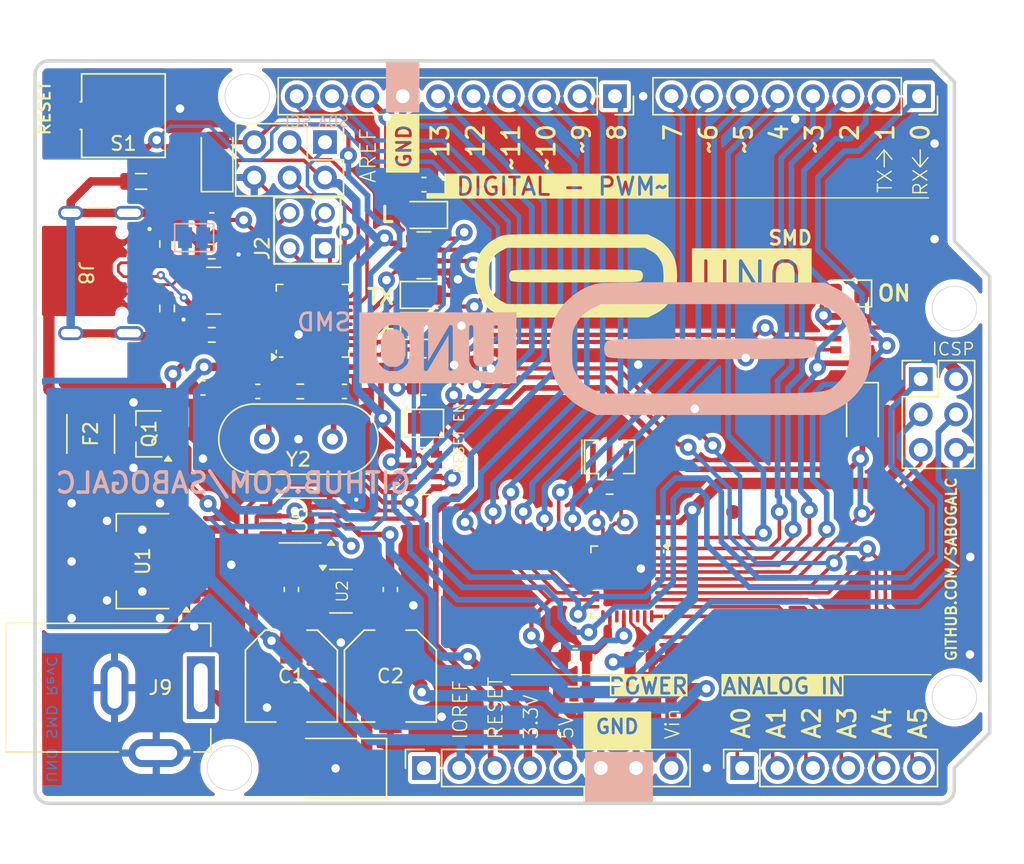
<source format=kicad_pcb>
(kicad_pcb (version 20240108) (generator "pcbnew") (generator_version "8.0")
  (title_block (title "Arduino Uno SMD (Type-C)") (date "2024-05-08") (rev "1") (company "Carlos Sabogal"))
  (layers (0 "F.Cu" signal) (31 "B.Cu" signal) (34 "B.Paste" user) (35 "F.Paste" user) (36 "B.SilkS" user "B.Silkscreen") (37 "F.SilkS" user "F.Silkscreen") (38 "B.Mask" user) (39 "F.Mask" user) (44 "Edge.Cuts" user))
  (net 0 "")
  (net 1 "GND")
  (net 2 "+5V")
  (net 3 "VCC")
  (net 4 "+3.3V")
  (net 5 "AREF")
  (net 6 "RESET")
  (net 7 "DTR")
  (net 8 "Net-(U3-UCAP)")
  (net 9 "Net-(U3-XTAL1)")
  (net 10 "AVCC")
  (net 11 "Net-(U3-PC0)")
  (net 12 "Net-(D1-A)")
  (net 13 "RESET2")
  (net 14 "Net-(D4-A)")
  (net 15 "Net-(D5-A)")
  (net 16 "TXLED")
  (net 17 "RXLED")
  (net 18 "Net-(D6-A)")
  (net 19 "Net-(D7-A)")
  (net 20 "USBVCC")
  (net 21 "XUSB")
  (net 22 "USHIELD")
  (net 23 "SCK2")
  (net 24 "MOSI2")
  (net 25 "MISO2")
  (net 26 "PB5")
  (net 27 "PB4")
  (net 28 "PB7")
  (net 29 "PB6")
  (net 30 "MISO")
  (net 31 "MOSI")
  (net 32 "SCK")
  (net 33 "IO8")
  (net 34 "A4{slash}SDA")
  (net 35 "IO9")
  (net 36 "A5{slash}SCL")
  (net 37 "SS")
  (net 38 "IO6")
  (net 39 "IO5")
  (net 40 "IO4")
  (net 41 "IO3")
  (net 42 "IO2")
  (net 43 "IO0")
  (net 44 "IO1")
  (net 45 "IO7")
  (net 46 "A2")
  (net 47 "A0")
  (net 48 "A1")
  (net 49 "A3")
  (net 51 "CC2")
  (net 52 "D+")
  (net 53 "D-")
  (net 55 "CC1")
  (net 57 "GATE_CMD")
  (net 58 "Net-(U4-PB7)")
  (net 59 "Net-(U4-PB6)")
  (net 60 "CMP")
  (net 61 "Net-(RN2A-R1.2)")
  (net 62 "RD-")
  (net 64 "RD+")
  (net 68 "M8RXD")
  (net 69 "M8TXD")
  (footprint "Resistor_SMD:R_0603_1608Metric" (layer "F.Cu") (at 126.9111 92.0336 180)
    (property "Reference" "Z1" (hide yes))
    (property "Value" "5pF@1MHz")
  )
  (footprint "Inductor_SMD:L_0805_2012Metric" (layer "F.Cu") (at 121.8311 86.995)
    (property "Reference" "FB1" (hide yes))
    (property "Value" "1kΩ@100MHz")
  )
  (footprint "Diode_SMD:D_SMB" (layer "F.Cu") (at 135.8011 129.159 180)
    (property "Reference" "D1" (hide yes))
    (property "Value" "CGRB307-G")
  )
  (footprint "Arduino Uno SMD:SW_TS06-667-30-BK-100-G-SMT-TR" (layer "F.Cu") (at 120.5611 82.2706)
    (property "Reference" "S1")
    (property "Value" "TS06-667-30-BK-100-G-SMT-TR")
  )
  (footprint "Arduino Uno SMD:CAP_EEHZA1E470P" (layer "F.Cu") (at 139.7381 122.5296 -90)
    (property "Reference" "C2")
    (property "Value" "47u")
  )
  (footprint "Resistor_SMD:R_Array_Convex_4x0603" (layer "F.Cu") (at 142.1511 92.3036)
    (property "Reference" "RN2" (hide yes))
    (property "Value" "1k")
  )
  (footprint "Connector_PinSocket_2.54mm:PinSocket_1x08_P2.54mm_Vertical" (layer "F.Cu") (at 142.1511 129.1336 90)
    (property "Reference" "J7" (hide yes))
    (property "Value" "PPTC081LFBN-RC")
  )
  (footprint "Fiducial:Fiducial_1mm_Mask2mm" (layer "F.Cu") (at 117.9411 128.2636)
    (property "Reference" "FID3" (hide yes))
    (property "Value" "Fiducial")
  )
  (footprint "Capacitor_SMD:C_0603_1608Metric" (layer "F.Cu") (at 142.1511 87.2236)
    (property "Reference" "C6" (hide yes))
    (property "Value" "100n")
  )
  (footprint "Connector_BarrelJack:BarrelJack_Kycon_KLDX-0202-xC_Horizontal" (layer "F.Cu") (at 126.12 123.36)
    (property "Reference" "J9")
    (property "Value" "PJ-102AH")
  )
  (footprint "Package_TO_SOT_SMD:SOT-23-5" (layer "F.Cu") (at 136.1821 116.4336)
    (property "Reference" "U2")
    (property "Value" "LP2985-3.3")
  )
  (footprint "Capacitor_SMD:C_0603_1608Metric" (layer "F.Cu") (at 136.4361 102.0826)
    (property "Reference" "C13" (hide yes))
    (property "Value" "22p")
  )
  (footprint "Capacitor_SMD:C_0603_1608Metric" (layer "F.Cu") (at 153.0223 121.0564 180)
    (property "Reference" "C12" (hide yes))
    (property "Value" "100n")
  )
  (footprint "Capacitor_SMD:C_0603_1608Metric" (layer "F.Cu") (at 132.6261 116.3066 -90)
    (property "Reference" "C3" (hide yes))
    (property "Value" "100n")
  )
  (footprint "Capacitor_SMD:C_0603_1608Metric" (layer "F.Cu") (at 126.9111 89.7636)
    (property "Reference" "C10" (hide yes))
    (property "Value" "1u")
  )
  (footprint "Diode_SMD:D_1206_3216Metric" (layer "F.Cu") (at 173.6471 103.7336 -90)
    (property "Reference" "D2" (hide yes))
    (property "Value" "CD1206-S01575")
  )
  (footprint "LED_SMD:LED_0805_2012Metric" (layer "F.Cu") (at 142.1384 95.1484)
    (property "Reference" "D5" (hide yes))
    (property "Value" "YELLOW")
  )
  (footprint "Package_TO_SOT_SMD:SOT-223-3_TabPin2" (layer "F.Cu") (at 121.9581 114.2746 180)
    (property "Reference" "U1")
    (property "Value" "NCP1117-5.0_SOT223")
  )
  (footprint "Arduino Uno SMD:CONN_M20-9980245_HRW" (layer "F.Cu") (at 135.039 91.796 90)
    (property "Reference" "J2")
    (property "Value" "M20-9980245")
  )
  (footprint "Diode_SMD:D_1206_3216Metric" (layer "F.Cu") (at 127.2921 85.4456 90)
    (property "Reference" "D3" (hide yes))
    (property "Value" "CD1206-S01575")
  )
  (footprint "LED_SMD:LED_0805_2012Metric" (layer "F.Cu") (at 172.6184 95.0468 180)
    (property "Reference" "D7" (hide yes))
    (property "Value" "GREEN")
  )
  (footprint "Resistor_SMD:R_0603_1608Metric" (layer "F.Cu") (at 123.698 96.1136 -90)
    (property "Reference" "R4" (hide yes))
    (property "Value" "5k1")
  )
  (footprint "Connector_PinSocket_2.54mm:PinSocket_1x06_P2.54mm_Vertical" (layer "F.Cu") (at 165.011 129.1336 90)
    (property "Reference" "J6" (hide yes))
    (property "Value" "PPTC061LFBN-RC")
  )
  (footprint "Connector_PinHeader_2.54mm:PinHeader_2x03_P2.54mm_Vertical" (layer "F.Cu") (at 135.0391 84.1756 -90)
    (property "Reference" "J1" (hide yes))
    (property "Value" "M20-9980345")
  )
  (footprint "Resistor_SMD:R_Array_Convex_4x0603" (layer "F.Cu") (at 127.0381 94.8436 180)
    (property "Reference" "RN3" (hide yes))
    (property "Value" "22R")
  )
  (footprint "Capacitor_SMD:C_0603_1608Metric" (layer "F.Cu") (at 126.2761 101.8286)
    (property "Reference" "C4" (hide yes))
    (property "Value" "100n")
  )
  (footprint "Capacitor_SMD:C_0603_1608Metric" (layer "F.Cu") (at 139.7381 116.3066 90)
    (property "Reference" "C5" (hide yes))
    (property "Value" "1u")
  )
  (footprint "Resistor_SMD:R_Array_Convex_4x0603" (layer "F.Cu") (at 172.6311 97.8916 180)
    (property "Reference" "RN4" (hide yes))
    (property "Value" "1k")
  )
  (footprint "Capacitor_SMD:C_0603_1608Metric" (layer "F.Cu") (at 142.1511 101.8286)
    (property "Reference" "C7" (hide yes))
    (property "Value" "100n")
  )
  (footprint "Package_DFN_QFN:VQFN-32-1EP_5x5mm_P0.5mm_EP3.1x3.1mm" (layer "F.Cu") (at 156.7561 115.7986 -90)
    (property "Reference" "U4" (hide yes))
    (property "Value" "ATMEGA328P-MU")
  )
  (footprint "Connector_USB:USB_C_Receptacle_GCT_USB4105-xx-A_16P_TopMnt_Horizontal" (layer "F.Cu") (at 117.85 93.5736 -90)
    (property "Reference" "J8")
    (property "Value" "USB_C_Receptacle_USB2.0_16P")
  )
  (footprint "Resistor_SMD:R_0603_1608Metric" (layer "F.Cu") (at 133.2611 102.0826 180)
    (property "Reference" "R1" (hide yes))
    (property "Value" "1M")
  )
  (footprint "Resistor_SMD:R_Array_Convex_4x0603" (layer "F.Cu") (at 142.1511 107.7976 180)
    (property "Reference" "RN1" (hide yes))
    (property "Value" "10k")
  )
  (footprint "Resistor_SMD:R_0603_1608Metric" (layer "F.Cu") (at 155.4861 108.9406)
    (property "Reference" "R2" (hide yes))
    (property "Value" "1M")
  )
  (footprint "Capacitor_SMD:C_0603_1608Metric" (layer "F.Cu") (at 130.2131 102.0826 180)
    (property "Reference" "C11" (hide yes))
    (property "Value" "22p")
  )
  (footprint "LED_SMD:LED_0805_2012Metric" (layer "F.Cu") (at 142.1511 89.408 180)
    (property "Reference" "D4" (hide yes))
    (property "Value" "YELLOW")
  )
  (footprint "Connector_PinSocket_2.54mm:PinSocket_1x08_P2.54mm_Vertical" (layer "F.Cu") (at 177.7111 80.8736 -90)
    (property "Reference" "J5" (hide yes))
    (property "Value" "PPTC081LFBN-RC")
  )
  (footprint "Resistor_SMD:R_0603_1608Metric" (layer "F.Cu") (at 126.9111 98.0186 180)
    (property "Reference" "Z2" (hide yes))
    (property "Value" "5pF@1MHz")
  )
  (footprint "Package_SO:MSOP-8_3x3mm_P0.65mm" (layer "F.Cu") (at 133.2611 111.3536 180)
    (property "Reference" "U5")
    (property "Value" "LMV358IDGKR")
  )
  (footprint "Package_DFN_QFN:VQFN-32-1EP_5x5mm_P0.5mm_EP3.1x3.1mm" (layer "F.Cu") (at 134.1501 97.0026 90)
    (property "Reference" "U3" (hide yes))
    (property "Value" "ATMEGA16U2-MU")
  )
  (footprint "Capacitor_SMD:C_0603_1608Metric" (layer "F.Cu") (at 142.1511 100.1776)
    (property "Reference" "C9" (hide yes))
    (property "Value" "100n")
  )
  (footprint "Capacitor_SMD:C_0603_1608Metric" (layer "F.Cu") (at 157.7467 121.2596 180)
    (property "Reference" "C8" (hide yes))
    (property "Value" "100n")
  )
  (footprint "Fuse:Fuse_1812_4532Metric_Pad1.30x3.40mm_HandSolder" (layer "F.Cu") (at 118.2116 105.1306 -90)
    (property "Reference" "F2")
    (property "Value" "MF-MSMF050-2")
  )
  (footprint "LED_SMD:LED_0805_2012Metric" (layer "F.Cu") (at 142.1511 97.3836)
    (property "Reference" "D6" (hide yes))
    (property "Value" "YELLOW")
  )
  (footprint "Arduino Uno SMD:CAP_EEHZA1E470P" (layer "F.Cu") (at 132.6261 122.5296 -90)
    (property "Reference" "C1")
    (property "Value" "47u")
  )
  (footprint "Crystal:Crystal_HC49-4H_Vertical" (layer "F.Cu") (at 135.5741 105.5116 180)
    (property "Reference" "Y2")
    (property "Value" "LFXTAL003240BULK")
  )
  (footprint "Connector_PinSocket_2.54mm:PinSocket_1x10_P2.54mm_Vertical" (layer "F.Cu") (at 155.8671 80.8736 -90)
    (property "Reference" "J4" (hide yes))
    (property "Value" "PPTC101LFBN-RC")
  )
  (footprint "Jumper:SolderJumper-2_P1.3mm_Open_Pad1.0x1.5mm" (layer "F.Cu") (at 142.1511 104.3686)
    (property "Reference" "JP1" (hide yes))
    (property "Value" "SolderJumper_2_Open")
  )
  (footprint "Resistor_SMD:R_0603_1608Metric" (layer "F.Cu") (at 123.698 91.4908 90)
    (property "Reference" "R3" (hide yes))
    (property "Value" "5k1")
  )
  (footprint "Crystal:Resonator_SMD_Murata_CSTxExxV-3Pin_3.0x1.1mm" (layer "F.Cu") (at 155.4861 106.7816)
    (property "Reference" "Y1" (hide yes))
    (property "Value" "CSTNE16M0V530000R0")
  )
  (footprint "Fiducial:Fiducial_1mm_Mask2mm" (layer "F.Cu") (at 120.5611 81.7626)
    (property "Reference" "FID1" (hide yes))
    (property "Value" "Fiducial")
  )
  (footprint "Fiducial:Fiducial_1mm_Mask2mm" (layer "F.Cu") (at 164.3681 110.7416)
    (property "Reference" "FID2" (hide yes))
    (property "Value" "Fiducial")
  )
  (footprint "Package_TO_SOT_SMD:SC-59" (layer "F.Cu") (at 122.4104 105.1306 180)
    (property "Reference" "Q1")
    (property "Value" "FDN340P")
  )
  (footprint "Connector_PinHeader_2.54mm:PinHeader_2x03_P2.54mm_Vertical" (layer "F.Cu") (at 177.8381 101.1936)
    (property "Reference" "J3" (hide yes))
    (property "Value" "M20-9980345")
  )
  (footprint "Inductor_SMD:L_0805_2012Metric" (layer "F.Cu") (at 152.9207 123.8504)
    (property "Reference" "FB2" (hide yes))
    (property "Value" "10uH")
  )
  (footprint "Jumper:SolderJumper-2_P1.3mm_Open_Pad1.0x1.5mm" (layer "B.Cu") (at 125.6411 91.0336)
    (property "Reference" "JP2" (hide yes))
    (property "Value" "SolderJumper_2_Open")
  )
  (gr_rect (start 147.8192 96.4476) (end 148.75 101.4476) (stroke (width 0.1)) (fill solid) (layer "B.SilkS"))
  (gr_poly (pts (xy 164.898185 98.279644) (xy 166.594384 98.284805) (xy 167.285202 98.289248) (xy 167.88081 98.295174) (xy 168.388445 98.302765) (xy 168.815341 98.3122) (xy 169.168732 98.323661) (xy 169.455853 98.337328) (xy 169.683939 98.353383) (xy 169.860225 98.372006) (xy 169.931204 98.382338) (xy 169.991945 98.393379) (xy 170.043354 98.405153) (xy 170.086334 98.417681) (xy 170.12179 98.430988) (xy 170.150627 98.445095) (xy 170.173748 98.460025) (xy 170.192058 98.4758) (xy 170.215571 98.499767) (xy 170.237497 98.5253) (xy 170.257841 98.552304) (xy 170.276607 98.580679) (xy 170.293799 98.61033) (xy 170.309422 98.641158) (xy 170.323481 98.673067) (xy 170.335979 98.70596) (xy 170.346922 98.739739) (xy 170.356315 98.774307) (xy 170.370465 98.845421) (xy 170.378465 98.918524) (xy 170.380352 98.99284) (xy 170.376162 99.067589) (xy 170.365931 99.141995) (xy 170.349695 99.21528) (xy 170.32749 99.286665) (xy 170.314161 99.321403) (xy 170.299353 99.355374) (xy 170.283071 99.388481) (xy 170.26532 99.420628) (xy 170.246103 99.451717) (xy 170.225426 99.48165) (xy 170.203293 99.51033) (xy 170.179709 99.537661) (xy 170.088166 99.607476) (xy 169.90344 99.660941) (xy 169.552026 99.700225) (xy 168.960421 99.7275) (xy 166.762615 99.754702) (xy 162.721987 99.759911) (xy 160.562212 99.758512) (xy 158.869075 99.753351) (xy 158.179454 99.748908) (xy 157.584844 99.742982) (xy 157.078026 99.735391) (xy 156.651784 99.725956) (xy 156.298903 99.714495) (xy 156.012165 99.700828) (xy 155.784353 99.684773) (xy 155.608251 99.666149) (xy 155.537337 99.655818) (xy 155.476643 99.644777) (xy 155.425269 99.633003) (xy 155.382312 99.620475) (xy 155.34687 99.607168) (xy 155.31804 99.593061) (xy 155.294922 99.578132) (xy 155.276613 99.562356) (xy 155.254185 99.538214) (xy 155.233205 99.512172) (xy 155.213671 99.484357) (xy 155.195584 99.454897) (xy 155.178944 99.423917) (xy 155.163752 99.391545) (xy 155.150006 99.357907) (xy 155.137707 99.323129) (xy 155.117449 99.250661) (xy 155.10298 99.175155) (xy 155.094298 99.097623) (xy 155.091405 99.019078) (xy 155.094298 98.940533) (xy 155.10298 98.863001) (xy 155.117449 98.787495) (xy 155.137707 98.715028) (xy 155.150006 98.68025) (xy 155.163752 98.646611) (xy 155.178944 98.614239) (xy 155.195584 98.583259) (xy 155.213671 98.553799) (xy 155.233205 98.525985) (xy 155.254185 98.499943) (xy 155.276613 98.4758) (xy 155.382336 98.417681) (xy 155.608444 98.372006) (xy 156.012816 98.337328) (xy 156.653328 98.3122) (xy 158.874284 98.284805) (xy 162.734334 98.278245)) (stroke (width -0.000001)) (fill solid) (layer "B.SilkS"))
  (gr_rect (start 138.4808 100.918) (end 147.8192 101.4476) (stroke (width 0.1)) (fill solid) (layer "B.SilkS"))
  (gr_rect (start 139.4714 78.486) (end 141.7714 81.986) (stroke (width 0.1)) (fill solid) (layer "B.SilkS"))
  (gr_rect (start 137.55 96.4476) (end 138.4808 101.4476) (stroke (width 0.1)) (fill solid) (layer "B.SilkS"))
  (gr_poly (pts (xy 162.981278 94.240704) (xy 170.945236 94.265398) (xy 171.7725 94.672857) (xy 171.957931 94.769741) (xy 172.138913 94.874946) (xy 172.315048 94.988109) (xy 172.485938 95.108868) (xy 172.651185 95.236862) (xy 172.810391 95.371728) (xy 172.963157 95.513106) (xy 173.109087 95.660634) (xy 173.247783 95.813949) (xy 173.378846 95.97269) (xy 173.501878 96.136496) (xy 173.616482 96.305004) (xy 173.722259 96.477853) (xy 173.818812 96.654681) (xy 173.905743 96.835127) (xy 173.982654 97.018828) (xy 174.054278 97.219482) (xy 174.116351 97.439888) (xy 174.168875 97.677222) (xy 174.211849 97.928664) (xy 174.245273 98.191392) (xy 174.269147 98.462585) (xy 174.283472 98.739421) (xy 174.288247 99.019078) (xy 174.283472 99.298736) (xy 174.269147 99.575571) (xy 174.245273 99.846764) (xy 174.211849 100.109492) (xy 174.168875 100.360934) (xy 174.116351 100.598269) (xy 174.054278 100.818674) (xy 173.982654 101.019328) (xy 173.905743 101.203029) (xy 173.818812 101.383475) (xy 173.722259 101.560303) (xy 173.616482 101.733152) (xy 173.501878 101.90166) (xy 173.378846 102.065465) (xy 173.247783 102.224207) (xy 173.109087 102.377522) (xy 172.963157 102.525049) (xy 172.810391 102.666427) (xy 172.651185 102.801294) (xy 172.485938 102.929288) (xy 172.315048 103.050047) (xy 172.138913 103.16321) (xy 171.957931 103.268415) (xy 171.7725 103.365299) (xy 170.945236 103.772758) (xy 154.523432 103.772758) (xy 153.696168 103.365299) (xy 153.421129 103.219478) (xy 153.160993 103.059947) (xy 152.915906 102.886887) (xy 152.686011 102.700479) (xy 152.471454 102.500904) (xy 152.272379 102.288342) (xy 152.088931 102.062975) (xy 151.921255 101.824984) (xy 151.769495 101.574549) (xy 151.633796 101.311851) (xy 151.514303 101.037071) (xy 151.411161 100.75039) (xy 151.324513 100.451989) (xy 151.254505 100.142048) (xy 151.201282 99.820749) (xy 151.164988 99.488272) (xy 151.152216 99.30716) (xy 151.146154 99.121111) (xy 151.146376 99.019078) (xy 152.794821 99.019078) (xy 152.796557 99.436062) (xy 152.799379 99.610108) (xy 152.804082 99.764349) (xy 152.811099 99.901154) (xy 152.820866 100.022893) (xy 152.833816 100.131935) (xy 152.850384 100.230649) (xy 152.86016 100.276874) (xy 152.871003 100.321406) (xy 152.882967 100.36454) (xy 152.896107 100.406573) (xy 152.910477 100.447802) (xy 152.926131 100.488521) (xy 152.961509 100.569619) (xy 153.002674 100.652237) (xy 153.050061 100.738743) (xy 153.104105 100.831506) (xy 153.165238 100.932898) (xy 153.21636 101.014113) (xy 153.268043 101.091241) (xy 153.320558 101.164535) (xy 153.374176 101.234247) (xy 153.429169 101.300631) (xy 153.485807 101.363941) (xy 153.544363 101.424429) (xy 153.605108 101.482349) (xy 153.668312 101.537953) (xy 153.734247 101.591496) (xy 153.803185 101.64323) (xy 153.875396 101.693409) (xy 153.951152 101.742285) (xy 154.030725 101.790113) (xy 154.114385 101.837145) (xy 154.202404 101.883634) (xy 154.856807 102.229356) (xy 162.721987 102.229356) (xy 165.596791 102.228681) (xy 166.751 102.225775) (xy 167.736695 102.219324) (xy 168.171103 102.214339) (xy 168.569087 102.207953) (xy 168.932547 102.199993) (xy 169.263386 102.190288) (xy 169.563504 102.178666) (xy 169.834803 102.164955) (xy 170.079185 102.148983) (xy 170.298551 102.130578) (xy 170.494801 102.109569) (xy 170.669838 102.085783) (xy 170.825563 102.059049) (xy 170.963878 102.029195) (xy 171.086682 101.99605) (xy 171.142863 101.978189) (xy 171.195879 101.959441) (xy 171.245969 101.939784) (xy 171.29337 101.919196) (xy 171.338319 101.897657) (xy 171.381054 101.875145) (xy 171.460835 101.827114) (xy 171.534614 101.774932) (xy 171.604291 101.718428) (xy 171.671769 101.657429) (xy 171.738948 101.591763) (xy 171.80773 101.52126) (xy 171.957708 101.36505) (xy 172.068586 101.244647) (xy 172.169878 101.123556) (xy 172.261837 101.000801) (xy 172.344717 100.875406) (xy 172.41877 100.746393) (xy 172.48425 100.612786) (xy 172.54141 100.473608) (xy 172.590504 100.327883) (xy 172.631784 100.174634) (xy 172.665504 100.012884) (xy 172.691916 99.841657) (xy 172.711275 99.659976) (xy 172.723834 99.466863) (xy 172.729845 99.261344) (xy 172.729561 99.04244) (xy 172.723237 98.809175) (xy 172.704185 98.477175) (xy 172.693665 98.334154) (xy 172.681951 98.204354) (xy 172.668645 98.086203) (xy 172.653349 97.978125) (xy 172.635667 97.878549) (xy 172.615198 97.785899) (xy 172.591547 97.698604) (xy 172.564314 97.615088) (xy 172.533102 97.533779) (xy 172.497514 97.453103) (xy 172.45715 97.371487) (xy 172.411614 97.287356) (xy 172.360506 97.199138) (xy 172.30343 97.105259) (xy 172.252308 97.024043) (xy 172.200626 96.946915) (xy 172.148111 96.873622) (xy 172.094493 96.803909) (xy 172.0395 96.737525) (xy 171.982862 96.674215) (xy 171.924306 96.613727) (xy 171.863561 96.555807) (xy 171.800357 96.500203) (xy 171.734422 96.44666) (xy 171.665485 96.394926) (xy 171.593273 96.344747) (xy 171.517517 96.295871) (xy 171.437944 96.248043) (xy 171.354284 96.201012) (xy 171.266265 96.154523) (xy 170.611862 95.8088) (xy 154.856807 95.8088) (xy 154.202404 96.154523) (xy 154.114385 96.201012) (xy 154.030725 96.248043) (xy 153.951152 96.295871) (xy 153.875396 96.344747) (xy 153.803185 96.394926) (xy 153.734247 96.44666) (xy 153.668312 96.500203) (xy 153.605108 96.555807) (xy 153.544363 96.613727) (xy 153.485807 96.674215) (xy 153.429169 96.737525) (xy 153.374176 96.803909) (xy 153.320558 96.873622) (xy 153.268043 96.946915) (xy 153.21636 97.024043) (xy 153.165238 97.105259) (xy 153.050061 97.299414) (xy 153.002674 97.38592) (xy 152.961509 97.468537) (xy 152.926131 97.549635) (xy 152.896107 97.631583) (xy 152.871003 97.716751) (xy 152.850384 97.807507) (xy 152.833816 97.906222) (xy 152.820866 98.015264) (xy 152.811099 98.137002) (xy 152.804082 98.273808) (xy 152.796557 98.602094) (xy 152.794821 99.019078) (xy 151.146376 99.019078) (xy 151.146567 98.931263) (xy 151.153219 98.738757) (xy 151.165877 98.544731) (xy 151.184305 98.350326) (xy 151.208267 98.15668) (xy 151.237528 97.964933) (xy 151.271854 97.776225) (xy 151.311008 97.591695) (xy 151.354757 97.412483) (xy 151.402865 97.239727) (xy 151.455096 97.074568) (xy 151.511217 96.918145) (xy 151.57099 96.771597) (xy 151.634182 96.636064) (xy 151.742576 96.441122) (xy 151.863522 96.250286) (xy 151.996261 96.064188) (xy 152.140033 95.883462) (xy 152.294077 95.708741) (xy 152.457636 95.540658) (xy 152.629948 95.379846) (xy 152.810255 95.226937) (xy 152.997797 95.082566) (xy 153.191813 94.947364) (xy 153.391545 94.821966) (xy 153.596233 94.707004) (xy 153.805117 94.60311) (xy 154.017437 94.510919) (xy 154.232434 94.431064) (xy 154.449349 94.364176) (xy 154.69188 94.325952) (xy 155.113977 94.294529) (xy 156.608569 94.251507) (xy 159.156534 94.233951)) (stroke (width -0.000001)) (fill solid) (layer "B.SilkS"))
  (gr_rect (start 138.4808 96.4476) (end 147.8192 96.9772) (stroke (width 0.1)) (fill solid) (layer "B.SilkS"))
  (gr_rect (start 153.7716 128.022346) (end 158.5468 131.522346) (stroke (width 0.1)) (fill solid) (layer "B.SilkS"))
  (gr_rect (start 154.502 126.796) (end 157.552 127.757131) (stroke (width 0.1)) (fill solid) (layer "F.SilkS"))
  (gr_rect (start 169.164 91.85) (end 169.95 95.75) (stroke (width 0.1)) (fill solid) (layer "F.SilkS"))
  (gr_rect (start 139.4714 82.9136) (end 139.9286 86.0044) (stroke (width 0.1)) (fill solid) (layer "F.SilkS"))
  (gr_rect (start 162.236 91.85) (end 169.164 92.2992) (stroke (width 0.1)) (fill solid) (layer "F.SilkS"))
  (gr_rect (start 142.38 87.884) (end 144.6276 88.18) (stroke (width 0.1)) (fill solid) (layer "F.SilkS"))
  (gr_rect (start 154.502 125.1204) (end 157.552 125.4252) (stroke (width 0.1)) (fill solid) (layer "F.SilkS"))
  (gr_line (start 163.569 122.428) (end 178.569 122.428) (stroke (width 0.1)) (layer "F.SilkS"))
  (gr_line (start 175.2092 84.7344) (end 174.653189 85.397028) (stroke (width 0.1)) (layer "F.SilkS"))
  (gr_line (start 143.6624 86.487) (end 144.6784 86.487) (stroke (width 0.1)) (layer "F.SilkS"))
  (gr_rect (start 153.6486 125.1204) (end 154.502 127.757131) (stroke (width 0.1)) (fill solid) (layer "F.SilkS"))
  (gr_rect (start 153.6486 130.521656) (end 158.4238 131.521656) (stroke (width 0.1)) (fill solid) (layer "F.SilkS"))
  (gr_rect (start 162.236 95.3008) (end 169.164 95.75) (stroke (width 0.1)) (fill solid) (layer "F.SilkS"))
  (gr_line (start 177.8 84.7344) (end 177.8 85.9536) (stroke (width 0.1)) (layer "F.SilkS"))
  (gr_line (start 177.8 85.9536) (end 178.356011 85.290972) (stroke (width 0.1)) (layer "F.SilkS"))
  (gr_rect (start 157.552 125.1204) (end 158.4238 127.757131) (stroke (width 0.1)) (fill solid) (layer "F.SilkS"))
  (gr_poly (pts (xy 153.227088 90.780838) (xy 158.233004 90.79636) (xy 158.752998 91.052477) (xy 158.869555 91.113376) (xy 158.983315 91.179504) (xy 159.094029 91.250635) (xy 159.201445 91.326541) (xy 159.305314 91.406994) (xy 159.405387 91.491768) (xy 159.501412 91.580634) (xy 159.593139 91.673365) (xy 159.680319 91.769735) (xy 159.762701 91.869515) (xy 159.840036 91.972479) (xy 159.912072 92.078398) (xy 159.978561 92.187046) (xy 160.039252 92.298195) (xy 160.093894 92.411618) (xy 160.142238 92.527087) (xy 160.187258 92.653213) (xy 160.226276 92.791753) (xy 160.259291 92.940935) (xy 160.286303 93.098984) (xy 160.307313 93.264128) (xy 160.322319 93.434592) (xy 160.331323 93.608603) (xy 160.334325 93.784387) (xy 160.331323 93.960172) (xy 160.322319 94.134183) (xy 160.307313 94.304647) (xy 160.286303 94.469791) (xy 160.259291 94.62784) (xy 160.226276 94.777022) (xy 160.187258 94.915562) (xy 160.142238 95.041687) (xy 160.093894 95.157157) (xy 160.039252 95.270579) (xy 159.978561 95.381729) (xy 159.912072 95.490376) (xy 159.840036 95.596296) (xy 159.762701 95.699259) (xy 159.680319 95.79904) (xy 159.593139 95.895409) (xy 159.501412 95.988141) (xy 159.405387 96.077007) (xy 159.305314 96.16178) (xy 159.201445 96.242234) (xy 159.094029 96.318139) (xy 158.983315 96.38927) (xy 158.869555 96.455399) (xy 158.752998 96.516298) (xy 158.233004 96.772415) (xy 147.910727 96.772415) (xy 147.390733 96.516298) (xy 147.217851 96.424639) (xy 147.054337 96.324362) (xy 146.900282 96.215581) (xy 146.755777 96.098411) (xy 146.620912 95.972964) (xy 146.49578 95.839353) (xy 146.380469 95.697694) (xy 146.275073 95.5481) (xy 146.179681 95.390683) (xy 146.094385 95.225559) (xy 146.019275 95.05284) (xy 145.954442 94.872641) (xy 145.899978 94.685074) (xy 145.855973 94.490254) (xy 145.822518 94.288295) (xy 145.799705 94.079309) (xy 145.791677 93.965468) (xy 145.787866 93.848522) (xy 145.788006 93.784387) (xy 146.824172 93.784387) (xy 146.825263 94.046492) (xy 146.827036 94.155892) (xy 146.829992 94.252843) (xy 146.834403 94.338835) (xy 146.840543 94.415357) (xy 146.848683 94.483897) (xy 146.859097 94.545946) (xy 146.865241 94.575002) (xy 146.872057 94.602993) (xy 146.879577 94.630106) (xy 146.887837 94.656527) (xy 146.896869 94.682442) (xy 146.906709 94.708037) (xy 146.928947 94.759013) (xy 146.954822 94.810944) (xy 146.984608 94.865319) (xy 147.018578 94.923628) (xy 147.057005 94.98736) (xy 147.089139 95.038409) (xy 147.121625 95.08689) (xy 147.154635 95.13296) (xy 147.188337 95.176779) (xy 147.222904 95.218507) (xy 147.258506 95.258301) (xy 147.295312 95.296322) (xy 147.333494 95.332729) (xy 147.373223 95.36768) (xy 147.414668 95.401336) (xy 147.458 95.433854) (xy 147.50339 95.465395) (xy 147.551008 95.496118) (xy 147.601025 95.526181) (xy 147.653612 95.555743) (xy 147.708938 95.584965) (xy 148.120277 95.802276) (xy 153.064104 95.802276) (xy 154.871124 95.801852) (xy 155.596627 95.800025) (xy 156.216207 95.79597) (xy 156.489263 95.792837) (xy 156.739424 95.788823) (xy 156.967885 95.78382) (xy 157.175841 95.77772) (xy 157.364486 95.770414) (xy 157.535017 95.761796) (xy 157.688629 95.751756) (xy 157.826516 95.740187) (xy 157.949873 95.726981) (xy 158.059897 95.71203) (xy 158.157781 95.695226) (xy 158.244721 95.676461) (xy 158.321913 95.655627) (xy 158.357226 95.6444) (xy 158.390551 95.632615) (xy 158.422036 95.62026) (xy 158.451831 95.607319) (xy 158.480084 95.59378) (xy 158.506947 95.579629) (xy 158.557095 95.549438) (xy 158.60347 95.516638) (xy 158.647267 95.481121) (xy 158.689681 95.442779) (xy 158.731908 95.401504) (xy 158.775143 95.357187) (xy 158.869415 95.258999) (xy 158.939109 95.183316) (xy 159.002779 95.107202) (xy 159.060582 95.030042) (xy 159.112677 94.951222) (xy 159.159225 94.870128) (xy 159.200384 94.786147) (xy 159.236313 94.698663) (xy 159.267172 94.607065) (xy 159.293119 94.510737) (xy 159.314315 94.409066) (xy 159.330917 94.301437) (xy 159.343086 94.187237) (xy 159.350979 94.065852) (xy 159.354758 93.936669) (xy 159.35458 93.799072) (xy 159.350604 93.652448) (xy 159.338629 93.443762) (xy 159.332016 93.353864) (xy 159.324653 93.272275) (xy 159.316289 93.198009) (xy 159.306675 93.130074) (xy 159.29556 93.067483) (xy 159.282694 93.009247) (xy 159.267828 92.954375) (xy 159.25071 92.901879) (xy 159.231091 92.850771) (xy 159.208721 92.80006) (xy 159.18335 92.748758) (xy 159.154727 92.695876) (xy 159.122602 92.640425) (xy 159.086726 92.581415) (xy 159.054592 92.530365) (xy 159.022106 92.481885) (xy 158.989097 92.435815) (xy 158.955394 92.391996) (xy 158.920827 92.350268) (xy 158.885226 92.310474) (xy 158.848419 92.272453) (xy 158.810237 92.236046) (xy 158.770509 92.201094) (xy 158.729064 92.167439) (xy 158.685731 92.13492) (xy 158.640341 92.103379) (xy 158.592723 92.072657) (xy 158.542706 92.042594) (xy 158.49012 92.013031) (xy 158.434793 91.98381) (xy 158.023454 91.766499) (xy 148.120277 91.766499) (xy 147.708938 91.98381) (xy 147.653612 92.013031) (xy 147.601025 92.042594) (xy 147.551008 92.072657) (xy 147.50339 92.103379) (xy 147.458 92.13492) (xy 147.414668 92.167439) (xy 147.373223 92.201094) (xy 147.333494 92.236046) (xy 147.295312 92.272453) (xy 147.258506 92.310474) (xy 147.222904 92.350268) (xy 147.188337 92.391996) (xy 147.154635 92.435815) (xy 147.121625 92.481885) (xy 147.089139 92.530365) (xy 147.057005 92.581415) (xy 146.984608 92.703456) (xy 146.954822 92.757831) (xy 146.928947 92.809762) (xy 146.906709 92.860738) (xy 146.887837 92.912248) (xy 146.872057 92.965782) (xy 146.859097 93.022828) (xy 146.848683 93.084878) (xy 146.840543 93.153418) (xy 146.834403 93.22994) (xy 146.829992 93.315932) (xy 146.825263 93.522283) (xy 146.824172 93.784387) (xy 145.788006 93.784387) (xy 145.788126 93.729189) (xy 145.792308 93.608186) (xy 145.800264 93.486227) (xy 145.811847 93.364029) (xy 145.826909 93.242309) (xy 145.845301 93.121782) (xy 145.866878 93.003166) (xy 145.891489 92.887175) (xy 145.918988 92.774528) (xy 145.949228 92.665938) (xy 145.982059 92.562124) (xy 146.017334 92.463801) (xy 146.054906 92.371685) (xy 146.094627 92.286493) (xy 146.162761 92.163958) (xy 146.238784 92.044004) (xy 146.322219 91.927028) (xy 146.41259 91.813429) (xy 146.509418 91.703604) (xy 146.612227 91.597952) (xy 146.720537 91.49687) (xy 146.833873 91.400756) (xy 146.951756 91.310008) (xy 147.073709 91.225025) (xy 147.199255 91.146203) (xy 147.327916 91.073941) (xy 147.459215 91.008636) (xy 147.592673 90.950688) (xy 147.727814 90.900493) (xy 147.86416 90.858449) (xy 148.016609 90.834423) (xy 148.281926 90.814671) (xy 149.221384 90.787628) (xy 150.822962 90.776593)) (stroke (width -0.000001)) (fill solid) (layer "F.SilkS"))
  (gr_rect (start 143.6624 86.5124) (end 144.6276 87.884) (stroke (width 0.1)) (fill solid) (layer "F.SilkS"))
  (gr_rect (start 139.4714 82.261233) (end 141.7714 82.9136) (stroke (width 0.1)) (fill solid) (layer "F.SilkS"))
  (gr_line (start 177.8 85.9536) (end 177.243989 85.290972) (stroke (width 0.1)) (layer "F.SilkS"))
  (gr_rect (start 139.4714 78.486) (end 141.7714 79.486) (stroke (width 0.1)) (fill solid) (layer "F.SilkS"))
  (gr_rect (start 139.4714 86.0044) (end 141.7714 86.3172) (stroke (width 0.1)) (fill solid) (layer "F.SilkS"))
  (gr_poly (pts (xy 154.432 93.3196) (xy 155.498183 93.322844) (xy 155.932411 93.325637) (xy 156.306793 93.329362) (xy 156.625878 93.334133) (xy 156.894213 93.340064) (xy 157.116344 93.347268) (xy 157.29682 93.355859) (xy 157.440189 93.365951) (xy 157.550997 93.377657) (xy 157.595612 93.384151) (xy 157.633792 93.391091) (xy 157.666106 93.398491) (xy 157.693123 93.406367) (xy 157.715409 93.414731) (xy 157.733535 93.423598) (xy 157.748068 93.432982) (xy 157.759577 93.442898) (xy 157.774357 93.457963) (xy 157.788139 93.474013) (xy 157.800927 93.490986) (xy 157.812722 93.508822) (xy 157.823529 93.52746) (xy 157.833349 93.546838) (xy 157.842186 93.566895) (xy 157.850042 93.58757) (xy 157.856921 93.608803) (xy 157.862825 93.630531) (xy 157.871719 93.675231) (xy 157.876748 93.721182) (xy 157.877934 93.767895) (xy 157.8753 93.81488) (xy 157.868869 93.86165) (xy 157.858664 93.907714) (xy 157.844706 93.952585) (xy 157.836328 93.97442) (xy 157.82702 93.995773) (xy 157.816786 94.016584) (xy 157.805628 94.03679) (xy 157.793549 94.056332) (xy 157.780552 94.075147) (xy 157.76664 94.093175) (xy 157.751815 94.110354) (xy 157.694274 94.154238) (xy 157.57816 94.187844) (xy 157.357272 94.212537) (xy 156.985406 94.229681) (xy 155.603928 94.24678) (xy 153.064104 94.250054) (xy 151.706531 94.249175) (xy 150.642274 94.245931) (xy 150.208798 94.243138) (xy 149.835043 94.239412) (xy 149.516472 94.234641) (xy 149.248548 94.228711) (xy 149.026737 94.221507) (xy 148.846502 94.212916) (xy 148.703306 94.202824) (xy 148.592613 94.191118) (xy 148.548038 94.184624) (xy 148.509888 94.177684) (xy 148.477596 94.170283) (xy 148.450594 94.162408) (xy 148.428316 94.154044) (xy 148.410195 94.145177) (xy 148.395664 94.135792) (xy 148.384155 94.125877) (xy 148.370058 94.110701) (xy 148.35687 94.094332) (xy 148.344591 94.076849) (xy 148.333223 94.058331) (xy 148.322763 94.038858) (xy 148.313214 94.018509) (xy 148.304573 93.997365) (xy 148.296842 93.975505) (xy 148.284109 93.929954) (xy 148.275014 93.882493) (xy 148.269557 93.833758) (xy 148.267738 93.784387) (xy 148.269557 93.735016) (xy 148.275014 93.686282) (xy 148.284109 93.638821) (xy 148.296842 93.59327) (xy 148.304573 93.57141) (xy 148.313214 93.550265) (xy 148.322763 93.529917) (xy 148.333223 93.510444) (xy 148.344591 93.491926) (xy 148.35687 93.474443) (xy 148.370058 93.458074) (xy 148.384155 93.442898) (xy 148.450609 93.406367) (xy 148.592735 93.377657) (xy 148.846911 93.355859) (xy 149.249519 93.340064) (xy 150.645548 93.322844) (xy 153.071865 93.318721)) (stroke (width -0.000001)) (fill solid) (layer "F.SilkS"))
  (gr_line (start 175.2092 85.9536) (end 175.2092 84.7344) (stroke (width 0.1)) (layer "F.SilkS"))
  (gr_line (start 148.436 122.428) (end 161.036 122.428) (stroke (width 0.1)) (layer "F.SilkS"))
  (gr_rect (start 161.45 91.85) (end 162.236 95.75) (stroke (width 0.1)) (fill solid) (layer "F.SilkS"))
  (gr_line (start 175.2092 84.7344) (end 175.765211 85.397028) (stroke (width 0.1)) (layer "F.SilkS"))
  (gr_rect (start 141.3764 82.9136) (end 141.7714 86.0044) (stroke (width 0.1)) (fill solid) (layer "F.SilkS"))
  (gr_line (start 142.38 88.18) (end 178.38 88.18) (stroke (width 0.1)) (layer "F.SilkS"))
  (gr_circle (center 180.2511 96.1136) (end 181.8511 96.1136) (stroke (width 0.05)) (fill none) (layer "Edge.Cuts"))
  (gr_circle (center 180.2511 124.0536) (end 181.8511 124.0536) (stroke (width 0.05)) (fill none) (layer "Edge.Cuts"))
  (gr_line (start 180.2511 91.2876) (end 182.7911 93.8276) (stroke (width 0.254)) (layer "Edge.Cuts"))
  (gr_line (start 180.2511 79.8576) (end 180.2511 91.2876) (stroke (width 0.254)) (layer "Edge.Cuts"))
  (gr_arc (start 114.2111 79.3336) (mid 114.503993 78.626493) (end 115.2111 78.3336) (stroke (width 0.254)) (layer "Edge.Cuts"))
  (gr_circle (center 129.4511 80.8736) (end 131.0511 80.8736) (stroke (width 0.05)) (fill none) (layer "Edge.Cuts"))
  (gr_line (start 179.2511 131.6736) (end 115.2111 131.6736) (stroke (width 0.254)) (layer "Edge.Cuts"))
  (gr_arc (start 180.2511 130.6736) (mid 179.95821 131.380714) (end 179.2511 131.6736) (stroke (width 0.254)) (layer "Edge.Cuts"))
  (gr_arc (start 115.2111 131.6736) (mid 114.503993 131.380707) (end 114.2111 130.6736) (stroke (width 0.254)) (layer "Edge.Cuts"))
  (gr_line (start 182.7911 93.8276) (end 182.7911 126.5936) (stroke (width 0.254)) (layer "Edge.Cuts"))
  (gr_circle (center 128.1811 129.1336) (end 129.7811 129.1336) (stroke (width 0.05)) (fill none) (layer "Edge.Cuts"))
  (gr_line (start 180.2511 129.1336) (end 180.2511 130.6736) (stroke (width 0.254)) (layer "Edge.Cuts"))
  (gr_line (start 182.7911 126.5936) (end 180.2511 129.1336) (stroke (width 0.254)) (layer "Edge.Cuts"))
  (gr_line (start 114.2111 130.6736) (end 114.2111 79.3336) (stroke (width 0.254)) (layer "Edge.Cuts"))
  (gr_line (start 178.7271 78.3336) (end 180.2511 79.8576) (stroke (width 0.254)) (layer "Edge.Cuts"))
  (gr_line (start 115.2111 78.3336) (end 178.7271 78.3336) (stroke (width 0.254)) (layer "Edge.Cuts"))
  (gr_text "UNO SMD RevC" (at 115.8 130.25 270) (layer "B.Cu") (effects (font (size 0.7 0.8) (thickness 0.1)) (justify left top mirror)))
  (gr_text "UNO" (at 148.25 100.85 0) (layer "B.SilkS" knockout) (effects (font (size 3 3.1) (thickness 0.3)) (justify left bottom mirror)))
  (gr_text "SDA" (at 136.85 83.16 0) (layer "B.SilkS") (effects (font (size 0.8 0.8) (thickness 0.1)) (justify left bottom mirror)))
  (gr_text "SCL" (at 134.16 83.16 0) (layer "B.SilkS") (effects (font (size 0.8 0.8) (thickness 0.1)) (justify left bottom mirror)))
  (gr_text "GITHUB.COM/SABOGALC" (at 141.35 109.5 0) (layer "B.SilkS") (effects (font (size 1.45 1.45) (thickness 0.25) (bold yes)) (justify left bottom mirror)))
  (gr_text "SMD" (at 137.05 97.84 0) (layer "B.SilkS") (effects (font (size 1.25 1.25) (thickness 0.2)) (justify left bottom mirror)))
  (gr_text "GITHUB.COM/SABOGALC" (at 180.467 121.539 90) (layer "F.SilkS") (effects (font (size 0.75 0.75) (thickness 0.15) (bold yes)) (justify left bottom)))
  (gr_text "0" (at 178.55 84.2 90) (layer "F.SilkS") (effects (font (size 1.25 1.25) (thickness 0.2) (bold yes)) (justify left bottom)))
  (gr_text "13" (at 144.05 85.4 90) (layer "F.SilkS") (effects (font (size 1.25 1.25) (thickness 0.2) (bold yes)) (justify left bottom)))
  (gr_text "TX" (at 137.95 95.925 0) (layer "F.SilkS") (effects (font (size 1.1 1.1) (thickness 0.22) (bold yes)) (justify left bottom)))
  (gr_text "3.3V" (at 150.42 127.15 90) (layer "F.SilkS") (effects (font (size 1 1) (thickness 0.1)) (justify left bottom)))
  (gr_text "12" (at 146.59 85.4 90) (layer "F.SilkS") (effects (font (size 1.25 1.25) (thickness 0.2) (bold yes)) (justify left bottom)))
  (gr_text "A2" (at 170.74 127.15 90) (layer "F.SilkS") (effects (font (size 1.25 1.25) (thickness 0.2) (bold yes)) (justify left bottom)))
  (gr_text "ANALOG IN" (at 163.505 123.9 0) (layer "F.SilkS" knockout) (effects (font (size 1.1 1.1) (thickness 0.2) (bold yes)) (justify left bottom)))
  (gr_text "RX" (at 137.675 98.125 0) (layer "F.SilkS") (effects (font (size 1.1 1.1) (thickness 0.22) (bold yes)) (justify left bottom)))
  (gr_text "2" (at 173.47 84.2 90) (layer "F.SilkS") (effects (font (size 1.25 1.25) (thickness 0.2) (bold yes)) (justify left bottom)))
  (gr_text "RX" (at 178.4 88.1 90) (layer "F.SilkS") (effects (font (size 1 1) (thickness 0.1)) (justify left bottom)))
  (gr_text "~6" (at 163.31 85.1 90) (layer "F.SilkS") (effects (font (size 1.25 1.25) (thickness 0.2) (bold yes)) (justify left bottom)))
  (gr_text "5V" (at 152.96 127.15 90) (layer "F.SilkS") (effects (font (size 1 1) (thickness 0.1)) (justify left bottom)))
  (gr_text "~9" (at 154.21 85.1 90) (layer "F.SilkS") (effects (font (size 1.25 1.25) (thickness 0.2) (bold yes)) (justify left bottom)))
  (gr_text "POWER" (at 155.33 123.9 0) (layer "F.SilkS" knockout) (effects (font (size 1.1 1.1) (thickness 0.2) (bold yes)) (justify left bottom)))
  (gr_text "~3" (at 170.93 85.1 90) (layer "F.SilkS") (effects (font (size 1.25 1.25) (thickness 0.2) (bold yes)) (justify left bottom)))
  (gr_text "A4" (at 175.82 127.15 90) (layer "F.SilkS") (effects (font (size 1.25 1.25) (thickness 0.2) (bold yes)) (justify left bottom)))
  (gr_text "A3" (at 173.28 127.15 90) (layer "F.SilkS") (effects (font (size 1.25 1.25) (thickness 0.2) (bold yes)) (justify left bottom)))
  (gr_text "GND" (at 154.377 126.746 0) (layer "F.SilkS" knockout) (effects (font (size 1 1) (thickness 0.2) (bold yes)) (justify left bottom)))
  (gr_text "TX" (at 175.85 87.9 90) (layer "F.SilkS") (effects (font (size 1 1) (thickness 0.1)) (justify left bottom)))
  (gr_text "8" (at 156.75 84.2 90) (layer "F.SilkS") (effects (font (size 1.25 1.25) (thickness 0.2) (bold yes)) (justify left bottom)))
  (gr_text "A5" (at 178.36 127.15 90) (layer "F.SilkS") (effects (font (size 1.25 1.25) (thickness 0.2) (bold yes)) (justify left bottom)))
  (gr_text "Vin" (at 160.58 127.15 90) (layer "F.SilkS") (effects (font (size 1 1) (thickness 0.1)) (justify left bottom)))
  (gr_text "AREF" (at 138.78 87.18 90) (layer "F.SilkS") (effects (font (size 1.1 1.1) (thickness 0.1)) (justify left bottom)))
  (gr_text "1" (at 176.01 84.2 90) (layer "F.SilkS") (effects (font (size 1.25 1.25) (thickness 0.2) (bold yes)) (justify left bottom)))
  (gr_text "ON" (at 174.625 95.675 0) (layer "F.SilkS") (effects (font (size 1.1 1.1) (thickness 0.22) (bold yes)) (justify left bottom)))
  (gr_text "L" (at 138.925 90.025 0) (layer "F.SilkS") (effects (font (size 1.1 1.1) (thickness 0.22) (bold yes)) (justify left bottom)))
  (gr_text "~5" (at 165.85 85.1 90) (layer "F.SilkS") (effects (font (size 1.25 1.25) (thickness 0.2) (bold yes)) (justify left bottom)))
  (gr_text "4" (at 168.39 84.2 90) (layer "F.SilkS") (effects (font (size 1.25 1.25) (thickness 0.2) (bold yes)) (justify left bottom)))
  (gr_text "A0" (at 165.66 127.15 90) (layer "F.SilkS") (effects (font (size 1.25 1.25) (thickness 0.2) (bold yes)) (justify left bottom)))
  (gr_text "SMD" (at 166.78 91.64 0) (layer "F.SilkS") (effects (font (size 1 1) (thickness 0.2) (bold yes)) (justify left bottom)))
  (gr_text "7" (at 160.77 84.2 90) (layer "F.SilkS") (effects (font (size 1.25 1.25) (thickness 0.2) (bold yes)) (justify left bottom)))
  (gr_text "IOREF" (at 145.34 127.15 90) (layer "F.SilkS") (effects (font (size 1 1) (thickness 0.1)) (justify left bottom)))
  (gr_text "GND" (at 141.3 86.1314 90) (layer "F.SilkS" knockout) (effects (font (size 1 1) (thickness 0.2) (bold yes)) (justify left bottom)))
  (gr_text "RESET" (at 147.8788 127.15 90) (layer "F.SilkS") (effects (font (size 1 1) (thickness 0.1)) (justify left bottom)))
  (gr_text "~10" (at 151.67 86.3 90) (layer "F.SilkS") (effects (font (size 1.25 1.25) (thickness 0.2) (bold yes)) (justify left bottom)))
  (gr_text "RESET EN" (at 145.0848 108.0516 90) (layer "F.SilkS") (effects (font (size 0.7 0.7) (thickness 0.1)) (justify left bottom)))
  (gr_text "ICSP" (at 178.56 99.57 0) (layer "F.SilkS") (effects (font (size 0.9 0.9) (thickness 0.1)) (justify left bottom)))
  (gr_text "~11" (at 149.13 86.3 90) (layer "F.SilkS") (effects (font (size 1.25 1.25) (thickness 0.2) (bold yes)) (justify left bottom)))
  (gr_text "UNO" (at 161.65 95.25 0) (layer "F.SilkS" knockout) (effects (font (size 2.25 2.4) (thickness 0.25)) (justify left bottom)))
  (gr_text "A1" (at 168.2 127.15 90) (layer "F.SilkS") (effects (font (size 1.25 1.25) (thickness 0.2) (bold yes)) (justify left bottom)))
  (gr_text "RESET" (at 115.3668 83.7692 90) (layer "F.SilkS") (effects (font (size 0.8 0.85) (thickness 0.16) (bold yes)) (justify left bottom)))
  (gr_text "DIGITAL - PWM~" (at 144.35 88.09 0) (layer "F.SilkS" knockout) (effects (font (size 1.25 1.25) (thickness 0.2) (bold yes)) (justify left bottom)))
  (segment (start 143.7973 94.0308) (end 144.5895 94.0308) (width 0.2) (layer "F.Cu") (net 1))
  (segment (start 135.0446 116.4336) (end 135.5344 116.4336) (width 0.2) (layer "F.Cu") (net 1))
  (segment (start 141.207302 108.204) (end 140.843 108.204) (width 0.2) (layer "F.Cu") (net 1))
  (segment (start 157.007191 118.235009) (end 157.0061 118.2361) (width 0.2) (layer "F.Cu") (net 1))
  (segment (start 157.0061 118.563856) (end 157.0061 118.696795) (width 0.2) (layer "F.Cu") (net 1))
  (segment (start 157.007191 117.01864) (end 157.007191 118.235009) (width 0.2) (layer "F.Cu") (net 1))
  (segment (start 143.0511 93.5036) (end 143.2701 93.5036) (width 0.2) (layer "F.Cu") (net 1))
  (segment (start 133.4001 100.4567) (end 133.4001 99.4401) (width 0.2794) (layer "F.Cu") (net 1))
  (segment (start 137.2361 102.0826) (end 136.2455 101.092) (width 0.2794) (layer "F.Cu") (net 1))
  (segment (start 129.319415 91.777892) (end 129.319415 95.206892) (width 0.3048) (layer "F.Cu") (net 1))
  (segment (start 126.0061 89.7636) (end 123.2375 86.995) (width 0.6096) (layer "F.Cu") (net 1))
  (segment (start 123.698 96.749) (end 124.46 95.987) (width 0.2) (layer "F.Cu") (net 1))
  (segment (start 133.4001 98.2215) (end 133.1718 97.9932) (width 0.3048) (layer "F.Cu") (net 1))
  (segment (start 122.426792 90.424) (end 122.437 90.413792) (width 0.2) (layer "F.Cu") (net 1))
  (segment (start 134.0354 101.092) (end 133.4001 100.4567) (width 0.2794) (layer "F.Cu") (net 1))
  (segment (start 142.9511 100.1776) (end 143.802203 101.028703) (width 0.2) (layer "F.Cu") (net 1))
  (segment (start 131.151622 87.908122) (end 129.9591 86.7156) (width 0.254) (layer "F.Cu") (net 1))
  (segment (start 140.6271 80.8736) (end 141.732 79.7687) (width 0.2) (layer "F.Cu") (net 1))
  (segment (start 136.2455 101.092) (end 134.0354 101.092) (width 0.2794) (layer "F.Cu") (net 1))
  (segment (start 126.0736 89.7636) (end 126.0736 90.310077) (width 0.4064) (layer "F.Cu") (net 1))
  (segment (start 123.2375 86.995) (end 122.8311 86.995) (width 0.6096) (layer "F.Cu") (net 1))
  (segment (start 133.4001 99.4401) (end 133.4001 98.2215) (width 0.3048) (layer "F.Cu") (net 1))
  (segment (start 135.5344 116.4336) (end 136.144 115.824) (width 0.2) (layer "F.Cu") (net 1))
  (segment (start 157.0061 118.696795) (end 157.472481 119.163176) (width 0.2) (layer "F.Cu") (net 1))
  (segment (start 133 96.7526) (end 131.7126 96.7526) (width 0.3048) (layer "F.Cu") (net 1))
  (segment (start 130.865123 96.7526) (end 131.7126 96.7526) (width 0.2794) (layer "F.Cu") (net 1))
  (segment (start 129.319415 95.206892) (end 129.324535 95.212012) (width 0.3048) (layer "F.Cu") (net 1))
  (segment (start 123.404592 90.413792) (end 123.707 90.7162) (width 0.2) (layer "F.Cu") (net 1))
  (segment (start 143.2701 93.5036) (end 143.7973 94.0308) (width 0.2) (layer "F.Cu") (net 1))
  (segment (start 126.0736 89.7636) (end 126.0061 89.7636) (width 0.6096) (layer "F.Cu") (net 1))
  (segment (start 123.533 96.7486) (end 123.698 96.9136) (width 0.2) (layer "F.Cu") (net 1))
  (segment (start 157.5061 114.5801) (end 157.734 114.808) (width 0.2) (layer "F.Cu") (net 1))
  (segment (start 123.698 96.9136) (end 123.698 96.749) (width 0.2) (layer "F.Cu") (net 1))
  (segment (start 121.53 96.7486) (end 123.533 96.7486) (width 0.2) (layer "F.Cu") (net 1))
  (segment (start 129.324535 95.212012) (end 130.865123 96.7526) (width 0.2794) (layer "F.Cu") (net 1))
  (segment (start 122.437 90.413792) (end 123.404592 90.413792) (width 0.2) (layer "F.Cu") (net 1))
  (segment (start 140.843 108.204) (end 140.38897 108.65803) (width 0.2) (layer "F.Cu") (net 1))
  (segment (start 157.5061 113.4986) (end 157.5061 114.5801) (width 0.2) (layer "F.Cu") (net 1))
  (segment (start 156.5061 113.4986) (end 156.5061 114.5061) (width 0.2) (layer "F.Cu") (net 1))
  (segment (start 126.784535 91.021012) (end 128.562535 91.021012) (width 0.4064) (layer "F.Cu") (net 1))
  (segment (start 128.562535 91.021012) (end 129.319415 91.777892) (width 0.3048) (layer "F.Cu") (net 1))
  (segment (start 140.38897 108.65803) (end 140.210709 108.65803) (width 0.2) (layer "F.Cu") (net 1))
  (segment (start 121.539 90.424) (end 122.426792 90.424) (width 0.2) (layer "F.Cu") (net 1))
  (segment (start 126.0736 90.310077) (end 126.784535 91.021012) (width 0.4064) (layer "F.Cu") (net 1))
  (via (at 133.1341 105.5116) (size 1.2192) (drill 0.6096) (layers "F.Cu" "B.Cu") (net 1))
  (via (at 181.3941 113.9698) (size 1.2192) (drill 0.6096) (layers "F.Cu" "B.Cu") (net 1))
  (via (at 144.8435 97.3582) (size 1.2192) (drill 0.6096) (layers "F.Cu" "B.Cu") (net 1))
  (via (at 144.3101 100.1776) (size 1.2192) (drill 0.6096) (layers "F.Cu" "B.Cu") (net 1))
  (via (at 122.437 90.413792) (size 0.6) (drill 0.3) (layers "F.Cu" "B.Cu") (net 1))
  (via (at 157.5435 100.1522) (size 1.2192) (drill 0.6096) (layers "F.Cu" "B.Cu") (net 1))
  (via (at 168.8211 82.5246) (size 1.2192) (drill 0.6096) (layers "F.Cu" "B.Cu") (net 1))
  (via (at 135.8011 129.159) (size 1.2192) (drill 0.6096) (layers "F.Cu" "B.Cu") (net 1))
  (via (at 157.734 114.808) (size 1.2192) (drill 0.6096) (layers "F.Cu" "B.Cu") (net 1))
  (via (at 130.8735 124.7902) (size 1.2192) (drill 0.6096) (layers "F.Cu" "B.Cu") (net 1))
  (via (at 133.1468 97.9932) (size 1.2192) (drill 0.6096) (layers "F.Cu" "B.Cu") (net 1))
  (via (at 124.880368 96.917905) (size 0.6) (drill 0.3) (layers "F.Cu" "B.Cu") (net 1))
  (via (at 141.3891 117.4496) (size 1.2192) (drill 0.6096) (layers "F.Cu" "B.Cu") (net 1))
  (via (at 136.1821 120.1166) (size 1.2192) (drill 0.6096) (layers "F.Cu" "B.Cu") (net 1))
  (via (at 162.4711 129.1336) (size 1.2192) (drill 0.6096) (layers "F.Cu" "B.Cu") (net 1))
  (via (at 126.2761 106.9086) (size 1.2192) (drill 0.6096) (layers "F.Cu" "B.Cu") (net 1))
  (via (at 125.6411 118.9736) (size 1.2192) (drill 0.6096) (layers "F.Cu" "B.Cu") (net 1))
  (via (at 128.3081 114.5286) (size 1.2192) (drill 0.6096) (layers "F.Cu" "B.Cu") (net 1))
  (via (at 181.3687 120.9802) (size 1.2192) (drill 0.6096) (layers "F.Cu" "B.Cu") (net 1))
  (via (at 157.8991 80.8736) (size 1.2192) (drill 0.6096) (layers "F.Cu" "B.Cu") (net 1))
  (via (at 124.6251 81.7626) (size 1.2192) (drill 0.6096) (layers "F.Cu" "B.Cu") (net 1))
  (via (at 161.6075 103.3272) (size 1.2192) (drill 0.6096) (layers "F.Cu" "B.Cu") (net 1))
  (via (at 143.4211 125.4506) (size 1.2192) (drill 0.6096) (layers "F.Cu" "B.Cu") (net 1))
  (via (at 178.8287 91.1352) (size 1.2192) (drill 0.6096) (layers "F.Cu" "B.Cu") (net 1))
  (via (at 128.833339 92.241214) (size 0.6) (drill 0.3) (layers "F.Cu" "B.Cu") (net 1))
  (via (at 144.5895 94.0308) (size 1.2192) (drill 0.6096) (layers "F.Cu" "B.Cu") (net 1))
  (via (at 137.287 109.855) (size 0.6) (drill 0.3) (layers "F.Cu" "B.Cu") (net 1))
  (via (at 178.8287 84.2772) (size 1.2192) (drill 0.6096) (layers "F.Cu" "B.Cu") (net 1))
  (segment (start 122.437 90.413792) (end 124.408392 90.413792) (width 0.8128) (layer "B.Cu") (net 1))
  (segment (start 124.408392 90.413792) (end 124.977 90.9824) (width 0.8128) (layer "B.Cu") (net 1))
  (segment (start 140.6271 80.8736) (end 141.732 79.7687) (width 0.2) (layer "B.Cu") (net 1))
  (segment (start 126.238 91.059) (end 125.022462 91.059) (width 0.3048) (layer "B.Cu") (net 1))
  (segment (start 160.5391 111.4806) (end 158.068612 111.4806) (width 0.4064) (layer "F.Cu") (net 2))
  (segment (start 130.037612 99.176612) (end 131.307612 99.176612) (width 0.4064) (layer "F.Cu") (net 2))
  (segment (start 139.192 104.013) (end 139.065 103.505) (width 0.4064) (layer "F.Cu") (net 2))
  (segment (start 139.065 103.505) (end 139.065 100.3163) (width 0.4064) (layer "F.Cu") (net 2))
  (segment (start 135.0391 86.7156) (end 134.763946 86.7156) (width 0.254) (layer "F.Cu") (net 2))
  (segment (start 156.9577 123.825) (end 156.9577 121.2596) (width 0.8128) (layer "F.Cu") (net 2))
  (segment (start 157.052612 112.4966) (end 156.2211 112.4966) (width 0.3048) (layer "F.Cu") (net 2))
  (segment (start 118.8081 114.2746) (end 125.1081 114.2746) (width 1.016) (layer "F.Cu") (net 2))
  (segment (start 175.1441 108.6866) (end 176.331893 107.498807) (width 0.8128) (layer "F.Cu") (net 2))
  (segment (start 132.9141 117.3836) (end 132.7261 117.1956) (width 0.6096) (layer "F.Cu") (net 2))
  (segment (start 179.4113 99.6188) (end 180.3781 100.5856) (width 0.8128) (layer "F.Cu") (net 2))
  (segment (start 132.5861 119.9896) (end 132.6261 120.0296) (width 0.6096) (layer "F.Cu") (net 2))
  (segment (start 125.508199 101.166025) (end 125.508199 101.8562) (width 0.6096) (layer "F.Cu") (net 2))
  (segment (start 128.755493 85.483025) (end 127.444393 86.794125) (width 0.254) (layer "F.Cu") (net 2))
  (segment (start 132.7261 119.6483) (end 134.9821 117.3923) (width 0.6096) (layer "F.Cu") (net 2))
  (segment (start 158.068612 111.4806) (end 157.052612 112.4966) (width 0.4064) (layer "F.Cu") (net 2))
  (segment (start 130.8846 112.7741) (end 131.2891 112.3696) (width 0.3048) (layer "F.Cu") (net 2))
  (segment (start 131.2891 112.3696) (end 131.2491 112.3296) (width 0.3048) (layer "F.Cu") (net 2))
  (segment (start 139.065 100.3163) (end 139.0787 100.33) (width 0.4064) (layer "F.Cu") (net 2))
  (segment (start 133.531371 85.483025) (end 128.755493 85.483025) (width 0.254) (layer "F.Cu") (net 2))
  (segment (start 139.192 104.512532) (end 141.314493 106.635025) (width 0.4064) (layer "F.Cu") (net 2))
  (segment (start 153.5541 125.4506) (end 155.3321 125.4506) (width 0.8128) (layer "F.Cu") (net 2))
  (segment (start 130.8846 116.4971) (end 130.8846 112.7741) (width 0.3048) (layer "F.Cu") (net 2))
  (segment (start 140.07308 91.44) (end 139.827 91.44) (width 0.4064) (layer "F.Cu") (net 2))
  (segment (start 141.314493 91.941025) (end 141.314493 92.741025) (width 0.3048) (layer "F.Cu") (net 2))
  (segment (start 140.53668 91.9036) (end 141.277068 91.9036) (width 0.3048) (layer "F.Cu") (net 2))
  (segment (start 132.7261 120.1296) (end 132.7261 119.6483) (width 0.6096) (layer "F.Cu") (net 2))
  (segment (start 122.5956 104.1806) (end 121.285 102.87) (width 0.8128) (layer "F.Cu") (net 2))
  (segment (start 156.2211 112.4966) (end 156.0061 112.7116) (width 0.2794) (layer "F.Cu") (net 2))
  (segment (start 155.3321 125.4506) (end 156.9577 123.825) (width 0.8128) (layer "F.Cu") (net 2))
  (segment (start 179.4113 99.6188) (end 176.78241 99.6188) (width 0.8128) (layer "F.Cu") (net 2))
  (segment (start 176.331893 100.069317) (end 176.78241 99.6188) (width 0.8128) (layer "F.Cu") (net 2))
  (segment (start 135.0446 117.3836) (end 132.9141 117.3836) (width 0.6096) (layer "F.Cu") (net 2))
  (segment (start 133.734397 117.353773) (end 133.734397 116.212255) (width 0.4064) (layer "F.Cu") (net 2))
  (segment (start 156.0061 112.7116) (end 156.0061 113.3611) (width 0.2794) (layer "F.Cu") (net 2))
  (segment (start 161.4281 110.5916) (end 160.5391 111.4806) (width 0.4064) (layer "F.Cu") (net 2))
  (segment (start 139.192 104.013) (end 139.192 104.512532) (width 0.4064) (layer "F.Cu") (net 2))
  (segment (start 141.827293 106.635025) (end 142.627293 107.435025) (width 0.254) (layer "F.Cu") (net 2))
  (segment (start 140.395655 91.762575) (end 140.07308 91.44) (width 0.4064) (layer "F.Cu") (net 2))
  (segment (start 163.3331 108.6866) (end 175.1441 108.6866) (width 0.8128) (layer "F.Cu") (net 2))
  (segment (start 174.0711 96.6916) (end 173.4061 96.6916) (width 0.3048) (layer "F.Cu") (net 2))
  (segment (start 176.331893 107.498807) (end 176.331893 100.069317) (width 0.8128) (layer "F.Cu") (net 2))
  (segment (start 131.5831 117.1956) (end 130.8846 116.4971) (width 0.3048) (layer "F.Cu") (net 2))
  (segment (start 176.2901 102.3336) (end 174.0471 102.3336) (width 0.8128) (layer "F.Cu") (net 2))
  (segment (start 128.894612 100.319612) (end 130.037612 99.176612) (width 0.4064) (layer "F.Cu") (net 2))
  (segment (start 142.627293 107.435025) (end 143.114493 107.435025) (width 0.254) (layer "F.Cu") (net 2))
  (segment (start 133.9001 99.9911) (end 133.9001 99.4401) (width 0.2794) (layer "F.Cu") (net 2))
  (segment (start 177.1761 99.6188) (end 177.1761 98.7806) (width 0.3048) (layer "F.Cu") (net 2))
  (segment (start 141.2374 100.3163) (end 141.3761 100.1776) (width 0.6096) (layer "F.Cu") (net 2))
  (segment (start 140.395655 91.762575) (end 140.53668 91.9036) (width 0.3048) (layer "F.Cu") (net 2))
  (segment (start 131.2021 119.9896) (end 132.5861 119.9896) (width 0.6096) (layer "F.Cu") (net 2))
  (segment (start 153.1985 125.8062) (end 153.5541 125.4506) (width 0.8128) (layer "F.Cu") (net 2))
  (segment (start 141.277068 91.9036) (end 141.314493 91.941025) (width 0.3048) (layer "F.Cu") (net 2))
  (segment (start 134.463052 115.4836) (end 135.0446 115.4836) (width 0.4064) (layer "F.Cu") (net 2))
  (segment (start 152.4111 129.1336) (end 152.4111 126.5936) (width 0.8128) (layer "F.Cu") (net 2))
  (segment (start 126.354612 100.319612) (end 128.894612 100.319612) (width 0.6096) (layer "F.Cu") (net 2))
  (segment (start 126.354612 100.319612) (end 125.508199 101.166025) (width 0.6096) (layer "F.Cu") (net 2))
  (segment (start 151.9207 123.8504) (end 151.9207 124.5284) (width 0.6096) (layer "F.Cu") (net 2))
  (segment (start 161.4281 110.5916) (end 163.3331 108.6866) (width 0.8128) (layer "F.Cu") (net 2))
  (segment (start 141.314493 106.635025) (end 141.827293 106.635025) (width 0.254) (layer "F.Cu") (net 2))
  (segment (start 174.1281 97.4916) (end 174.1281 96.7486) (width 0.3048) (layer "F.Cu") (net 2))
  (segment (start 139.827 91.44) (end 139.319 91.059) (width 0.4064) (layer "F.Cu") (net 2))
  (segment (start 131.307612 99.176612) (end 131.704024 98.7802) (width 0.3048) (layer "F.Cu") (net 2))
  (segment (start 132.7261 117.1956) (end 131.5831 117.1956) (width 0.3048) (layer "F.Cu") (net 2))
  (segment (start 156.9577 121.2596) (end 156.7037 121.5136) (width 0.8128) (layer "F.Cu") (net 2))
  (segment (start 157.0061 112.543112) (end 157.0061 113.3611) (width 0.2794) (layer "F.Cu") (net 2))
  (segment (start 123.5104 104.1806) (end 122.5956 104.1806) (width 0.8128) (layer "F.Cu") (net 2))
  (segment (start 156.7037 121.5136) (end 155.7385 121.5136) (width 0.8128) (layer "F.Cu") (net 2))
  (segment (start 175.8871 97.4916) (end 174.1281 97.4916) (width 0.3048) (layer "F.Cu") (net 2))
  (segment (start 133.734397 116.212255) (end 134.463052 115.4836) (width 0.4064) (layer "F.Cu") (net 2))
  (segment (start 177.1761 98.7806) (end 175.8871 97.4916) (width 0.3048) (layer "F.Cu") (net 2))
  (segment (start 174.1281 97.4916) (end 173.4061 97.4916) (width 0.3048) (layer "F.Cu") (net 2))
  (segment (start 134.763946 86.7156) (end 133.531371 85.483025) (width 0.254) (layer "F.Cu") (net 2))
  (segment (start 139.0787 100.33) (end 134.239 100.33) (width 0.4064) (layer "F.Cu") (net 2))
  (segment (start 151.9207 124.5284) (end 153.1985 125.8062) (width 0.6096) (layer "F.Cu") (net 2))
  (segment (start 180.3781 100.5856) (end 180.3781 101.1936) (width 0.8128) (layer "F.Cu") (net 2))
  (segment (start 152.4111 126.5936) (end 153.1985 125.8062) (width 0.8128) (layer "F.Cu") (net 2))
  (segment (start 139.065 100.3163) (end 141.2374 100.3163) (width 0.6096) (layer "F.Cu") (net 2))
  (segment (start 141.439493 100.215025) (end 141.427468 100.203) (width 0.6096) (layer "F.Cu") (net 2))
  (segment (start 174.1281 96.7486) (end 174.0711 96.6916) (width 0.3048) (layer "F.Cu") (net 2))
  (segment (start 134.239 100.33) (end 133.9001 99.9911) (width 0.2794) (layer "F.Cu") (net 2))
  (via (at 116.84 118.364) (size 1.2192) (drill 0.6096) (layers "F.Cu" "B.Cu") (net 2))
  (via (at 123.19 110.109) (size 1.2192) (drill 0.6096) (layers "F.Cu" "B.Cu") (net 2))
  (via (at 121.92 116.459) (size 1.2192) (drill 0.6096) (layers "F.Cu" "B.Cu") (net 2))
  (via (at 155.7385 121.5136) (size 1.2192) (drill 0.6096) (layers "F.Cu" "B.Cu") (net 2))
  (via (at 121.285 102.87) (size 1.2192) (drill 0.6096) (layers "F.Cu" "B.Cu") (net 2))
  (via (at 121.285 107.569) (size 1.2192) (drill 0.6096) (layers "F.Cu" "B.Cu") (net 2))
  (via (at 161.4281 110.5916) (size 1.2192) (drill 0.6096) (layers "F.Cu" "B.Cu") (net 2))
  (via (at 123.19 118.364) (size 1.2192) (drill 0.6096) (layers "F.Cu" "B.Cu") (net 2))
  (via (at 116.84 114.3) (size 1.2192) (drill 0.6096) (layers "F.Cu" "B.Cu") (net 2))
  (via (at 121.92 112.014) (size 1.2192) (drill 0.6096) (layers "F.Cu" "B.Cu") (net 2))
  (via (at 139.319 91.059) (size 1.2192) (drill 0.6096) (layers "F.Cu" "B.Cu") (net 2))
  (via (at 119.38 117.094) (size 1.2192) (drill 0.6096) (layers "F.Cu" "B.Cu") (net 2))
  (via (at 119.38 111.379) (size 1.2192) (drill 0.6096) (layers "F.Cu" "B.Cu") (net 2))
  (via (at 139.192 104.013) (size 1.2192) (drill 0.6096) (layers "F.Cu" "B.Cu") (net 2))
  (via (at 126.354612 100.319612) (size 1.2192) (drill 0.6096) (layers "F.Cu" "B.Cu") (net 2))
  (via (at 131.2021 119.9896) (size 1.2192) (drill 0.6096) (layers "F.Cu" "B.Cu") (net 2))
  (via (at 116.84 110.109) (size 1.2192) (drill 0.6096) (layers "F.Cu" "B.Cu") (net 2))
  (segment (start 138.049 111.125) (end 138.557 110.617) (width 0.6096) (layer "B.Cu") (net 2))
  (segment (start 161.4281 116.9416) (end 156.8561 121.5136) (width 0.8128) (layer "B.Cu") (net 2))
  (segment (start 123.19 110.109) (end 124.968 108.331) (width 0.6096) (layer "B.Cu") (net 2))
  (segment (start 121.285 102.87) (end 123.804224 102.87) (width 0.6096) (layer "B.Cu") (net 2))
  (segment (start 144.9181 127.1016) (end 151.4967 127.1016) (width 0.8128) (layer "B.Cu") (net 2))
  (segment (start 144.7911 126.9746) (end 144.7911 129.1336) (width 0.6096) (layer "B.Cu") (net 2))
  (segment (start 139.319 91.059) (end 138.684 91.059) (width 0.6096) (layer "B.Cu") (net 2))
  (segment (start 139.192 104.013) (end 139.192 103.8453) (width 0.6096) (layer "B.Cu") (net 2))
  (segment (start 139.192 103.8453) (end 137.3708 102.0241) (width 0.6096) (layer "B.Cu") (net 2))
  (segment (start 136.017 87.122) (end 135.471468 87.122) (width 0.6096) (layer "B.Cu") (net 2))
  (segment (start 144.9181 127.1016) (end 144.7911 126.9746) (width 0.6096) (layer "B.Cu") (net 2))
  (segment (start 137.3708 93.0072) (end 139.319 91.059) (width 0.6096) (layer "B.Cu") (net 2))
  (segment (start 137.287 88.392) (end 136.017 87.122) (width 0.6096) (layer "B.Cu") (net 2))
  (segment (start 121.274612 102.859612) (end 121.285 102.87) (width 0.6096) (layer "B.Cu") (net 2))
  (segment (start 151.4967 127.1016) (end 152.4365 128.0414) (width 0.8128) (layer "B.Cu") (net 2))
  (segment (start 152.4365 128.0414) (end 152.4111 129.1336) (width 0.8128) (layer "B.Cu") (net 2))
  (segment (start 137.3708 102.0241) (end 137.3708 93.0072) (width 0.6096) (layer "B.Cu") (net 2))
  (segment (start 138.557 110.617) (end 138.557 104.648) (width 0.6096) (layer "B.Cu") (net 2))
  (segment (start 123.804224 102.87) (end 126.354612 100.319612) (width 0.6096) (layer "B.Cu") (net 2))
  (segment (start 161.4281 116.9416) (end 161.4281 110.5916) (width 0.8128) (layer "B.Cu") (net 2))
  (segment (start 136.652 111.125) (end 138.049 111.125) (width 0.6096) (layer "B.Cu") (net 2))
  (segment (start 134.6962 110.109) (end 135.636 110.109) (width 0.6096) (layer "B.Cu") (net 2))
  (segment (start 137.287 89.662) (end 137.287 88.392) (width 0.6096) (layer "B.Cu") (net 2))
  (segment (start 138.684 91.059) (end 137.287 89.662) (width 0.6096) (layer "B.Cu") (net 2))
  (segment (start 131.2021 119.9896) (end 138.3141 127.1016) (width 0.8128) (layer "B.Cu") (net 2))
  (segment (start 128.905 110.617) (end 131.320318 110.617) (width 0.6096) (layer "B.Cu") (net 2))
  (segment (start 138.557 104.648) (end 139.192 104.013) (width 0.6096) (layer "B.Cu") (net 2))
  (segment (start 124.968 108.331) (end 126.619 108.331) (width 0.6096) (layer "B.Cu") (net 2))
  (segment (start 126.619 108.331) (end 128.905 110.617) (width 0.6096) (layer "B.Cu") (net 2))
  (segment (start 134.0104 109.3724) (end 134.6962 110.109) (width 0.6096) (layer "B.Cu") (net 2))
  (segment (start 132.564918 109.3724) (end 134.0104 109.3724) (width 0.6096) (layer "B.Cu") (net 2))
  (segment (start 131.2021 119.9896) (end 126.3761 115.1636) (width 0.8128) (layer "B.Cu") (net 2))
  (segment (start 131.320318 110.617) (end 132.564918 109.3724) (width 0.6096) (layer "B.Cu") (net 2))
  (segment (start 135.636 110.109) (end 136.652 111.125) (width 0.6096) (layer "B.Cu") (net 2))
  (segment (start 138.3141 127.1016) (end 144.9181 127.1016) (width 0.8128) (layer "B.Cu") (net 2))
  (segment (start 135.471468 87.122) (end 135.102493 86.753025) (width 0.6096) (layer "B.Cu") (net 2))
  (segment (start 156.8561 121.5136) (end 155.7385 121.5136) (width 0.8128) (layer "B.Cu") (net 2))
  (segment (start 139.7 120.891) (end 141.986 123.177) (width 0.8128) (layer "F.Cu") (net 3))
  (segment (start 160.528 123.431) (end 159.893 124.066) (width 0.8128) (layer "F.Cu") (net 3))
  (segment (start 141.986 123.177) (end 141.986 123.685) (width 0.8128) (layer "F.Cu") (net 3))
  (segment (start 138.04 122.019544) (end 138.04 128.960674) (width 0.8128) (layer "F.Cu") (net 3))
  (segment (start 159.893 124.066) (end 159.893 129.146) (width 0.8128) (layer "F.Cu") (net 3))
  (segment (start 162.433 123.431) (end 160.528 123.431) (width 0.8128) (layer "F.Cu") (net 3))
  (segment (start 140.818562 108.966) (end 141.224 108.966) (width 0.3048) (layer "F.Cu") (net 3))
  (segment (start 137.666935 122.392609) (end 131.049935 122.392609) (width 0.6096) (layer "F.Cu") (net 3))
  (segment (start 138.098601 108.223821) (end 139.19018 109.3154) (width 0.3048) (layer "F.Cu") (net 3))
  (segment (start 129.366246 112.414821) (end 129.366246 110.509821) (width 0.3048) (layer "F.Cu") (net 3))
  (segment (start 128.962697 112.81837) (end 129.366246 112.414821) (width 0.3048) (layer "F.Cu") (net 3))
  (segment (start 140.469162 109.3154) (end 140.818562 108.966) (width 0.3048) (layer "F.Cu") (net 3))
  (segment (start 138.04 122.019544) (end 139.827 120.232544) (width 0.8128) (layer "F.Cu") (net 3))
  (segment (start 128.140782 111.996456) (end 125.129956 111.996456) (width 0.6096) (layer "F.Cu") (net 3))
  (segment (start 139.19018 109.3154) (end 140.469162 109.3154) (width 0.3048) (layer "F.Cu") (net 3))
  (segment (start 139.7 120.142) (end 139.7 120.891) (width 0.8128) (layer "F.Cu") (net 3))
  (segment (start 138.04 128.960674) (end 138.075935 128.996609) (width 0.8128) (layer "F.Cu") (net 3))
  (segment (start 131.049935 122.392609) (end 129.906935 121.249609) (width 0.6096) (layer "F.Cu") (net 3))
  (segment (start 129.366246 110.509821) (end 131.652246 108.223821) (width 0.3048) (layer "F.Cu") (net 3))
  (segment (start 125.129956 111.996456) (end 125.1081 111.9746) (width 0.6096) (layer "F.Cu") (net 3))
  (segment (start 131.652246 108.223821) (end 138.098601 108.223821) (width 0.3048) (layer "F.Cu") (net 3))
  (segment (start 139.827 120.232544) (end 139.827 120.051456) (width 0.8128) (layer "F.Cu") (net 3))
  (segment (start 129.906935 113.762609) (end 128.140782 111.996456) (width 0.6096) (layer "F.Cu") (net 3))
  (segment (start 138.04 122.019544) (end 137.666935 122.392609) (width 0.6096) (layer "F.Cu") (net 3))
  (segment (start 129.906935 121.249609) (end 129.906935 113.762609) (width 0.6096) (layer "F.Cu") (net 3))
  (via (at 162.433 123.431) (size 1.2192) (drill 0.6096) (layers "F.Cu" "B.Cu") (net 3))
  (via (at 141.986 123.685) (size 1.2192) (drill 0.6096) (layers "F.Cu" "B.Cu") (net 3))
  (segment (start 161.925 123.431) (end 162.433 123.431) (width 0.8128) (layer "B.Cu") (net 3))
  (segment (start 151.765 124.828) (end 160.528 124.828) (width 0.8128) (layer "B.Cu") (net 3))
  (segment (start 160.528 124.828) (end 161.925 123.431) (width 0.8128) (layer "B.Cu") (net 3))
  (segment (start 142.24 123.939) (end 150.876 123.939) (width 0.8128) (layer "B.Cu") (net 3))
  (segment (start 150.876 123.939) (end 151.765 124.828) (width 0.8128) (layer "B.Cu") (net 3))
  (segment (start 141.986 123.685) (end 142.24 123.939) (width 0.8128) (layer "B.Cu") (net 3))
  (segment (start 149.7711 129.1336) (end 149.751773 129.1336) (width 0.6096) (layer "F.Cu") (net 4))
  (segment (start 139.712413 115.4836) (end 137.462773 115.4836) (width 0.6096) (layer "F.Cu") (net 4))
  (segment (start 136.791053 111.6786) (end 135.353773 111.6786) (width 0.3048) (layer "F.Cu") (net 4))
  (segment (start 149.751773 129.1336) (end 149.745413 129.12724) (width 0.6096) (layer "F.Cu") (net 4))
  (segment (start 139.712413 112.36324) (end 137.553413 112.36324) (width 0.4064) (layer "F.Cu") (net 4))
  (segment (start 149.618413 128.980913) (end 149.7711 129.1336) (width 0.6096) (layer "F.Cu") (net 4))
  (segment (start 139.712413 112.36324) (end 139.712413 115.4836) (width 0.6096) (layer "F.Cu") (net 4))
  (segment (start 137.553413 112.36324) (end 136.863413 111.67324) (width 0.4064) (layer "F.Cu") (net 4))
  (segment (start 149.618413 125.44424) (end 149.618413 128.980913) (width 0.6096) (layer "F.Cu") (net 4))
  (segment (start 145.300413 121.12624) (end 149.618413 125.44424) (width 0.6096) (layer "F.Cu") (net 4))
  (via (at 145.300413 121.12624) (size 1.2192) (drill 0.6096) (layers "F.Cu" "B.Cu") (net 4))
  (via (at 139.712413 112.36324) (size 1.2192) (drill 0.6096) (layers "F.Cu" "B.Cu") (net 4))
  (segment (start 139.712413 113.63324) (end 139.712413 112.36324) (width 0.6096) (layer "B.Cu") (net 4))
  (segment (start 142.760413 120.49124) (end 142.760413 116.68124) (width 0.6096) (layer "B.Cu") (net 4))
  (segment (start 142.760413 116.68124) (end 139.712413 113.63324) (width 0.6096) (layer "B.Cu") (net 4))
  (segment (start 143.395413 121.12624) (end 142.760413 120.49124) (width 0.6096) (layer "B.Cu") (net 4))
  (segment (start 145.300413 121.12624) (end 143.395413 121.12624) (width 0.6096) (layer "B.Cu") (net 4))
  (segment (start 139.485191 86.05839) (end 140.650401 87.2236) (width 0.4064) (layer "F.Cu") (net 5))
  (segment (start 138.0871 80.977299) (end 138.0871 80.8736) (width 0.4064) (layer "F.Cu") (net 5))
  (segment (start 139.485191 82.37539) (end 139.485191 86.05839) (width 0.4064) (layer "F.Cu") (net 5))
  (segment (start 156.507191 119.63319) (end 156.507191 118.09939) (width 0.2794) (layer "F.Cu") (net 5))
  (segment (start 139.485191 82.37539) (end 138.0871 80.977299) (width 0.4064) (layer "F.Cu") (net 5))
  (segment (start 140.650401 87.2236) (end 141.3761 87.2236) (width 0.4064) (layer "F.Cu") (net 5))
  (segment (start 156.503191 119.63719) (end 156.507191 119.63319) (width 0.2794) (layer "F.Cu") (net 5))
  (via (at 156.503191 119.63719) (size 1.2192) (drill 0.6096) (layers "F.Cu" "B.Cu") (net 5))
  (via (at 139.485191 82.37539) (size 1.2192) (drill 0.6096) (layers "F.Cu" "B.Cu") (net 5))
  (segment (start 141.136191 111.71239) (end 139.993191 110.56939) (width 0.4064) (layer "B.Cu") (net 5))
  (segment (start 149.899191 99.13939) (end 149.899191 88.85239) (width 0.4064) (layer "B.Cu") (net 5))
  (segment (start 144.565191 117.04639) (end 150.280191 117.04639) (width 0.4064) (layer "B.Cu") (net 5))
  (segment (start 151.042191 117.80839) (end 151.042191 118.95139) (width 0.4064) (layer "B.Cu") (net 5))
  (segment (start 150.280191 117.04639) (end 151.042191 117.80839) (width 0.4064) (layer "B.Cu") (net 5))
  (segment (start 139.993191 109.55339) (end 142.152191 107.39439) (width 0.4064) (layer "B.Cu") (net 5))
  (segment (start 142.152191 107.39439) (end 142.152191 106.88639) (width 0.4064) (layer "B.Cu") (net 5))
  (segment (start 149.899191 88.85239) (end 144.057191 83.01039) (width 0.4064) (layer "B.Cu") (net 5))
  (segment (start 155.080791 119.96739) (end 155.995191 119.96739) (width 0.4064) (layer "B.Cu") (net 5))
  (segment (start 154.547391 120.50079) (end 155.080791 119.96739) (width 0.4064) (layer "B.Cu") (net 5))
  (segment (start 140.120191 83.01039) (end 139.485191 82.37539) (width 0.4064) (layer "B.Cu") (net 5))
  (segment (start 139.993191 110.56939) (end 139.993191 109.55339) (width 0.4064) (layer "B.Cu") (net 5))
  (segment (start 142.152191 106.88639) (end 149.899191 99.13939) (width 0.4064) (layer "B.Cu") (net 5))
  (segment (start 151.042191 118.95139) (end 152.642391 120.50079) (width 0.4064) (layer "B.Cu") (net 5))
  (segment (start 155.995191 119.96739) (end 156.503191 119.63719) (width 0.4064) (layer "B.Cu") (net 5))
  (segment (start 152.642391 120.50079) (end 154.547391 120.50079) (width 0.4064) (layer "B.Cu") (net 5))
  (segment (start 144.057191 83.01039) (end 140.120191 83.01039) (width 0.4064) (layer "B.Cu") (net 5))
  (segment (start 141.136191 113.61739) (end 141.136191 111.71239) (width 0.4064) (layer "B.Cu") (net 5))
  (segment (start 144.565191 117.04639) (end 141.136191 113.61739) (width 0.4064) (layer "B.Cu") (net 5))
  (segment (start 142.9511 102.2096) (end 142.9511 101.8286) (width 0.3048) (layer "F.Cu") (net 6))
  (segment (start 116.94719 84.013391) (end 116.21219 84.521391) (width 0.4064) (layer "F.Cu") (net 6))
  (segment (start 173.6471 106.760481) (end 173.6471 105.1336) (width 0.4064) (layer "F.Cu") (net 6))
  (segment (start 143.042 104.6095) (end 143.042 106.623) (width 0.4064) (layer "F.Cu") (net 6))
  (segment (start 141.5011 104.3686) (end 142.8011 104.3686) (width 0.4064) (layer "F.Cu") (net 6))
  (segment (start 143.002 110.744) (end 143.002 120.269) (width 0.4064) (layer "F.Cu") (net 6))
  (segment (start 146.939 124.206) (end 146.939 128.8415) (width 0.4064) (layer "F.Cu") (net 6))
  (segment (start 172.73619 107.671391) (end 173.49819 106.909391) (width 0.4064) (layer "F.Cu") (net 6))
  (segment (start 123.46019 84.521391) (end 124.61219 84.521391) (width 0.4064) (layer "F.Cu") (net 6))
  (segment (start 143.002 120.269) (end 146.939 124.206) (width 0.4064) (layer "F.Cu") (net 6))
  (segment (start 141.5011 104.3686) (end 141.5011 103.6596) (width 0.3048) (layer "F.Cu") (net 6))
  (segment (start 173.49819 106.909391) (end 173.6471 106.760481) (width 0.4064) (layer "F.Cu") (net 6))
  (segment (start 141.5011 103.6596) (end 142.9511 102.2096) (width 0.3048) (layer "F.Cu") (net 6))
  (segment (start 168.92219 115.549391) (end 159.194391 115.549391) (width 0.254) (layer "F.Cu") (net 6))
  (segment (start 122.95219 84.013391) (end 123.46019 84.521391) (width 0.4064) (layer "F.Cu") (net 6))
  (segment (start 149.36819 101.829391) (end 155.21019 101.829391) (width 0.4064) (layer "F.Cu") (net 6))
  (segment (start 155.21019 101.829391) (end 161.05219 107.671391) (width 0.4064) (layer "F.Cu") (net 6))
  (segment (start 144.28819 102.337391) (end 144.79619 102.845391) (width 0.4064) (layer "F.Cu") (net 6))
  (segment (start 161.05219 107.671391) (end 172.73619 107.671391) (width 0.4064) (layer "F.Cu") (net 6))
  (segment (start 122.95219 84.013391) (end 122.82519 84.049391) (width 0.4064) (layer "F.Cu") (net 6))
  (segment (start 145.542 108.839) (end 144.7546 109.6264) (width 0.4064) (layer "F.Cu") (net 6))
  (segment (start 144.2466 109.6264) (end 143.002 110.744) (width 0.4064) (layer "F.Cu") (net 6))
  (segment (start 122.353981 84.5206) (end 116.3611 84.5206) (width 0.4064) (layer "F.Cu") (net 6))
  (segment (start 142.76419 104.369391) (end 144.28819 102.845391) (width 0.4064) (layer "F.Cu") (net 6))
  (segment (start 174.26019 110.846391) (end 177.8381 107.268481) (width 0.254) (layer "F.Cu") (net 6))
  (segment (start 173.62519 110.846391) (end 174.26019 110.846391) (width 0.254) (layer "F.Cu") (net 6))
  (segment (start 148.35219 102.845391) (end 149.36819 101.829391) (width 0.4064) (layer "F.Cu") (net 6))
  (segment (start 173.62519 110.846391) (end 168.92219 115.549391) (width 0.254) (layer "F.Cu") (net 6))
  (segment (start 143.129 104.394) (end 145.542 106.807) (width 0.4064) (layer "F.Cu") (net 6))
  (segment (start 145.542 106.807) (end 145.542 108.839) (width 0.4064) (layer "F.Cu") (net 6))
  (segment (start 177.8381 107.268481) (end 177.8381 106.423301) (width 0.254) (layer "F.Cu") (net 6))
  (segment (start 146.939 128.8415) (end 147.2311 129.1336) (width 0.4064) (layer "F.Cu") (net 6))
  (segment (start 144.7546 109.6264) (end 144.2466 109.6264) (width 0.4064) (layer "F.Cu") (net 6))
  (segment (start 122.82519 84.049391) (end 122.353981 84.5206) (width 0.4064) (layer "F.Cu") (net 6))
  (segment (start 144.28819 102.845391) (end 144.28819 102.337391) (width 0.4064) (layer "F.Cu") (net 6))
  (segment (start 144.79619 102.845391) (end 148.35219 102.845391) (width 0.4064) (layer "F.Cu") (net 6))
  (via (at 173.49819 106.909391) (size 1.2192) (drill 0.6096) (layers "F.Cu" "B.Cu") (net 6))
  (via (at 144.28819 102.337391) (size 1.2192) (drill 0.6096) (layers "F.Cu" "B.Cu") (net 6))
  (via (at 122.95219 84.013391) (size 1.2192) (drill 0.6096) (layers "F.Cu" "B.Cu") (net 6))
  (via (at 173.62519 110.846391) (size 1.2192) (drill 0.6096) (layers "F.Cu" "B.Cu") (net 6))
  (segment (start 145.313322 100.550259) (end 145.313322 99.153259) (width 0.3048) (layer "B.Cu") (net 6))
  (segment (start 131.86759 82.880991) (end 131.2164 83.532181) (width 0.254) (layer "B.Cu") (net 6))
  (segment (start 144.28819 102.337391) (end 144.28819 101.575391) (width 0.3048) (layer "B.Cu") (net 6))
  (segment (start 138.67479 85.573391) (end 137.98899 84.938391) (width 0.3048) (layer "B.Cu") (net 6))
  (segment (start 129.17519 85.446391) (end 126.76219 83.033391) (width 0.254) (layer "B.Cu") (net 6))
  (segment (start 147.46319 97.003391) (end 147.46319 90.272391) (width 0.3048) (layer "B.Cu") (net 6))
  (segment (start 131.2164 83.532181) (end 131.2164 84.675181) (width 0.254) (layer "B.Cu") (net 6))
  (segment (start 145.313322 99.153259) (end 147.46319 97.003391) (width 0.3048) (layer "B.Cu") (net 6))
  (segment (start 173.49819 106.909391) (end 173.49819 110.719391) (width 0.4064) (layer "B.Cu") (net 6))
  (segment (start 173.49819 110.719391) (end 173.62519 110.846391) (width 0.4064) (layer "B.Cu") (net 6))
  (segment (start 130.44519 85.446391) (end 129.17519 85.446391) (width 0.254) (layer "B.Cu") (net 6))
  (segment (start 137.98899 84.938391) (end 135.93159 82.880991) (width 0.254) (layer "B.Cu") (net 6))
  (segment (start 131.2164 84.675181) (end 130.44519 85.446391) (width 0.254) (layer "B.Cu") (net 6))
  (segment (start 126.76219 83.033391) (end 124.10999 83.033391) (width 0.254) (layer "B.Cu") (net 6))
  (segment (start 135.93159 82.880991) (end 131.86759 82.880991) (width 0.254) (layer "B.Cu") (net 6))
  (segment (start 142.76419 85.573391) (end 138.67479 85.573391) (width 0.3048) (layer "B.Cu") (net 6))
  (segment (start 147.46319 90.272391) (end 142.76419 85.573391) (width 0.3048) (layer "B.Cu") (net 6))
  (segment (start 124.10999 83.033391) (end 123.95759 83.007991) (width 0.254) (layer "B.Cu") (net 6))
  (segment (start 123.95759 83.007991) (end 122.95219 84.013391) (width 0.254) (layer "B.Cu") (net 6))
  (segment (start 144.28819 101.575391) (end 145.313322 100.550259) (width 0.3048) (layer "B.Cu") (net 6))
  (segment (start 136.588391 96.751809) (end 136.5876 96.7526) (width 0.2794) (layer "F.Cu") (net 7))
  (segment (start 140.03551 93.502809) (end 141.26251 93.502809) (width 0.254) (layer "F.Cu") (net 7))
  (segment (start 139.45751 95.223809) (end 137.92951 96.751809) (width 0.3048) (layer "F.Cu") (net 7))
  (segment (start 140.21951 101.827809) (end 141.36251 101.827809) (width 0.3048) (layer "F.Cu") (net 7))
  (segment (start 139.45751 94.080809) (end 139.45751 95.223809) (width 0.3048) (layer "F.Cu") (net 7))
  (segment (start 139.45751 94.080809) (end 140.03551 93.502809) (width 0.254) (layer "F.Cu") (net 7))
  (segment (start 137.92951 96.751809) (end 136.588391 96.751809) (width 0.2794) (layer "F.Cu") (net 7))
  (via (at 140.21951 101.827809) (size 1.2192) (drill 0.6096) (layers "F.Cu" "B.Cu") (net 7))
  (via (at 139.45751 94.080809) (size 1.2192) (drill 0.6096) (layers "F.Cu" "B.Cu") (net 7))
  (segment (start 139.45751 101.065809) (end 139.45751 94.080809) (width 0.4064) (layer "B.Cu") (net 7))
  (segment (start 140.21951 101.827809) (end 139.45751 101.065809) (width 0.4064) (layer "B.Cu") (net 7))
  (segment (start 129.14601 89.762809) (end 127.72401 89.762809) (width 0.3048) (layer "F.Cu") (net 8))
  (segment (start 129.920244 95.004452) (end 129.920244 94.754375) (width 0.2794) (layer "F.Cu") (net 8))
  (segment (start 131.168392 96.2526) (end 129.920244 95.004452) (width 0.2794) (layer "F.Cu") (net 8))
  (segment (start 129.920244 94.754375) (end 129.920244 90.537043) (width 0.3048) (layer "F.Cu") (net 8))
  (segment (start 129.920244 90.537043) (end 129.14601 89.762809) (width 0.3048) (layer "F.Cu") (net 8))
  (segment (start 131.7126 96.2526) (end 131.168392 96.2526) (width 0.2794) (layer "F.Cu") (net 8))
  (via (at 129.1971 89.7636) (size 1.2192) (drill 0.6096) (layers "F.Cu" "B.Cu") (net 8))
  (segment (start 132.35991 101.95721) (end 132.35991 102.04291) (width 0.3048) (layer "F.Cu") (net 9))
  (segment (start 131.0021 105.2036) (end 131.0021 102.1331) (width 0.4064) (layer "F.Cu") (net 9))
  (segment (start 132.396557 102.079557) (end 132.396557 99.443643) (width 0.2794) (layer "F.Cu") (net 9))
  (segment (start 131.0021 102.1331) (end 130.977 102.108) (width 0.4064) (layer "F.Cu") (net 9))
  (segment (start 130.6941 105.5116) (end 131.0021 105.2036) (width 0.4064) (layer "F.Cu") (net 9))
  (segment (start 132.425 102.108) (end 132.396557 102.079557) (width 0.2794) (layer "F.Cu") (net 9))
  (segment (start 130.977 102.108) (end 132.425 102.108) (width 0.4064) (layer "F.Cu") (net 9))
  (segment (start 132.35991 102.04291) (end 132.425 102.108) (width 0.3048) (layer "F.Cu") (net 9))
  (segment (start 153.797 121.0567) (end 153.797 123.6642) (width 0.6096) (layer "F.Cu") (net 10))
  (segment (start 153.7973 121.0564) (end 153.797 121.0567) (width 0.6096) (layer "F.Cu") (net 10))
  (segment (start 155.50719 118.23719) (end 155.50719 118.89309) (width 0.254) (layer "F.Cu") (net 10))
  (segment (start 153.797 123.6642) (end 153.9832 123.8504) (width 0.6096) (layer "F.Cu") (net 10))
  (segment (start 155.3464 119.76508) (end 155.3464 119.137316) (width 0.6096) (layer "F.Cu") (net 10))
  (segment (start 153.7973 121.0564) (end 154.18801 120.66569) (width 0.4064) (layer "F.Cu") (net 10))
  (segment (start 154.18801 120.66569) (end 154.44579 120.66569) (width 0.4064) (layer "F.Cu") (net 10))
  (segment (start 154.44579 120.66569) (end 155.3464 119.76508) (width 0.6096) (layer "F.Cu") (net 10))
  (segment (start 155.50719 118.89309) (end 155.30939 119.09089) (width 0.254) (layer "F.Cu") (net 10))
  (segment (start 132.888657 100.669757) (end 132.9001 100.658314) (width 0.2794) (layer "F.Cu") (net 11))
  (segment (start 135.5741 105.5116) (end 135.6611 105.4246) (width 0.4064) (layer "F.Cu") (net 11))
  (segment (start 135.6611 105.4246) (end 135.6611 102.0809) (width 0.4064) (layer "F.Cu") (net 11))
  (segment (start 132.9001 100.658314) (end 132.9001 99.4401) (width 0.2794) (layer "F.Cu") (net 11))
  (segment (start 135.650747 102.070547) (end 134.075747 102.070547) (width 0.4064) (layer "F.Cu") (net 11))
  (segment (start 134.075747 102.070547) (end 132.888657 100.883457) (width 0.3048) (layer "F.Cu") (net 11))
  (segment (start 132.888657 100.883457) (end 132.888657 100.669757) (width 0.3048) (layer "F.Cu") (net 11))
  (segment (start 135.6611 102.0809) (end 135.650747 102.070547) (width 0.4064) (layer "F.Cu") (net 11))
  (segment (start 127.148156 123.9206) (end 132.386556 129.159) (width 0.8128) (layer "F.Cu") (net 12))
  (segment (start 126.6806 123.9206) (end 126.12 123.36) (width 0.8128) (layer "F.Cu") (net 12))
  (segment (start 127.148156 123.9206) (end 126.6806 123.9206) (width 0.8128) (layer "F.Cu") (net 12))
  (segment (start 132.386556 129.159) (end 133.5011 129.159) (width 0.8128) (layer "F.Cu") (net 12))
  (segment (start 139.794962 107.143072) (end 139.788562 107.136672) (width 0.4064) (layer "F.Cu") (net 13))
  (segment (start 140.137762 107.397072) (end 140.118762 107.416072) (width 0.4064) (layer "F.Cu") (net 13))
  (segment (start 131.229628 82.905072) (end 129.9591 84.1756) (width 0.3048) (layer "F.Cu") (net 13))
  (segment (start 125.676962 87.991472) (end 126.184962 88.499472) (width 0.3048) (layer "F.Cu") (net 13))
  (segment (start 135.992484 82.905072) (end 131.229628 82.905072) (width 0.3048) (layer "F.Cu") (net 13))
  (segment (start 127.46829 84.1756) (end 127.344162 84.051472) (width 0.3048) (layer "F.Cu") (net 13))
  (segment (start 140.118762 107.416072) (end 139.794962 107.143072) (width 0.4064) (layer "F.Cu") (net 13))
  (segment (start 126.184962 88.499472) (end 129.486962 88.499472) (width 0.3048) (layer "F.Cu") (net 13))
  (segment (start 130.428986 89.441496) (end 130.428986 93.899752) (width 0.3048) (layer "F.Cu") (net 13))
  (segment (start 131.094334 94.5651) (end 132.4001 94.5651) (width 0.2794) (layer "F.Cu") (net 13))
  (segment (start 130.428986 93.899752) (end 130.467862 93.938628) (width 0.3048) (layer "F.Cu") (net 13))
  (segment (start 129.9591 84.1756) (end 127.46829 84.1756) (width 0.3048) (layer "F.Cu") (net 13))
  (segment (start 141.221762 107.397072) (end 140.137762 107.397072) (width 0.4064) (layer "F.Cu") (net 13))
  (segment (start 129.486962 88.499472) (end 130.428986 89.441496) (width 0.3048) (layer "F.Cu") (net 13))
  (segment (start 127.2921 84.0456) (end 127.2921 84.598334) (width 0.3048) (layer "F.Cu") (net 13))
  (segment (start 136.725132 85.134758) (end 136.725132 83.63772) (width 0.3048) (layer "F.Cu") (net 13))
  (segment (start 136.725132 83.63772) (end 135.992484 82.905072) (width 0.3048) (layer "F.Cu") (net 13))
  (segment (start 125.676962 86.213472) (end 125.676962 87.991472) (width 0.3048) (layer "F.Cu") (net 13))
  (segment (start 130.467862 93.938628) (end 131.094334 94.5651) (width 0.3048) (layer "F.Cu") (net 13))
  (segment (start 127.2921 84.598334) (end 125.676962 86.213472) (width 0.3048) (layer "F.Cu") (net 13))
  (via (at 139.788562 107.136672) (size 1.2192) (drill 0.6096) (layers "F.Cu" "B.Cu") (net 13))
  (via (at 136.725132 85.134758) (size 1.2192) (drill 0.6096) (layers "F.Cu" "B.Cu") (net 13))
  (segment (start 138.307889 101.500897) (end 140.278594 103.471602) (width 0.4064) (layer "B.Cu") (net 13))
  (segment (start 138.098024 88.00588) (end 138.098024 89.08165) (width 0.4064) (layer "B.Cu") (net 13))
  (segment (start 138.098024 89.08165) (end 138.925639 89.909265) (width 0.4064) (layer "B.Cu") (net 13))
  (segment (start 136.725132 86.632988) (end 138.098024 88.00588) (width 0.4064) (layer "B.Cu") (net 13))
  (segment (start 139.743521 89.909265) (end 140.401528 90.567272) (width 0.4064) (layer "B.Cu") (net 13))
  (segment (start 140.401528 90.567272) (end 140.401528 91.534685) (width 0.4064) (layer "B.Cu") (net 13))
  (segment (start 136.725132 85.134758) (end 136.725132 86.632988) (width 0.4064) (layer "B.Cu") (net 13))
  (segment (start 140.278594 103.471602) (end 140.278594 106.64664) (width 0.4064) (layer "B.Cu") (net 13))
  (segment (start 138.307889 93.628324) (end 138.307889 101.500897) (width 0.4064) (layer "B.Cu") (net 13))
  (segment (start 138.925639 89.909265) (end 139.743521 89.909265) (width 0.4064) (layer "B.Cu") (net 13))
  (segment (start 140.401528 91.534685) (end 138.307889 93.628324) (width 0.4064) (layer "B.Cu") (net 13))
  (segment (start 140.278594 106.64664) (end 139.788562 107.136672) (width 0.4064) (layer "B.Cu") (net 13))
  (segment (start 141.230615 91.070145) (end 141.230615 89.412045) (width 0.2794) (layer "F.Cu") (net 14))
  (segment (start 145.6969 92.9958) (end 145.9763 93.2752) (width 0.3048) (layer "F.Cu") (net 15))
  (segment (start 145.4047 92.7036) (end 145.6969 92.9958) (width 0.3048) (layer "F.Cu") (net 15))
  (segment (start 145.0937 95.1484) (end 143.0759 95.1484) (width 0.3048) (layer "F.Cu") (net 15))
  (segment (start 143.0511 92.7036) (end 145.4047 92.7036) (width 0.3048) (layer "F.Cu") (net 15))
  (segment (start 145.9763 93.2752) (end 145.9763 94.2658) (width 0.3048) (layer "F.Cu") (net 15))
  (segment (start 145.9763 94.2658) (end 145.0937 95.1484) (width 0.3048) (layer "F.Cu") (net 15))
  (via (at 145.6969 92.9958) (size 1.2192) (drill 0.6096) (layers "F.Cu" "B.Cu") (net 15))
  (segment (start 140.558519 95.1484) (end 141.2009 95.1484) (width 0.2794) (layer "F.Cu") (net 16))
  (segment (start 136.5876 97.7526) (end 137.954319 97.7526) (width 0.2794) (layer "F.Cu") (net 16))
  (segment (start 137.954319 97.7526) (end 140.558519 95.1484) (width 0.2794) (layer "F.Cu") (net 16))
  (segment (start 136.5876 98.2526) (end 138.37192 98.2526) (width 0.2794) (layer "F.Cu") (net 17))
  (segment (start 139.24171 97.38281) (end 141.21251 97.38281) (width 0.2794) (layer "F.Cu") (net 17))
  (segment (start 138.37192 98.2526) (end 139.24171 97.38281) (width 0.2794) (layer "F.Cu") (net 17))
  (segment (start 146.1326 91.9036) (end 143.0511 91.9036) (width 0.3048) (layer "F.Cu") (net 18))
  (segment (start 145.769123 95.984047) (end 146.835923 94.815647) (width 0.3048) (layer "F.Cu") (net 18))
  (segment (start 146.835923 92.606923) (end 146.1326 91.9036) (width 0.3048) (layer "F.Cu") (net 18))
  (segment (start 143.0886 97.3836) (end 144.488153 95.984047) (width 0.3048) (layer "F.Cu") (net 18))
  (segment (start 146.835923 94.815647) (end 146.835923 92.606923) (width 0.3048) (layer "F.Cu") (net 18))
  (segment (start 144.488153 95.984047) (end 145.769123 95.984047) (width 0.3048) (layer "F.Cu") (net 18))
  (via (at 145.769123 95.984047) (size 1.2192) (drill 0.6096) (layers "F.Cu" "B.Cu") (net 18))
  (segment (start 170.7271 96.6216) (end 170.7271 97.1296) (width 0.3048) (layer "F.Cu") (net 19))
  (segment (start 170.7271 97.1296) (end 171.0891 97.4916) (width 0.3048) (layer "F.Cu") (net 19))
  (segment (start 170.7271 95.9381) (end 171.6184 95.0468) (width 0.3048) (layer "F.Cu") (net 19))
  (segment (start 170.7271 96.6216) (end 170.7971 96.6916) (width 0.3048) (layer "F.Cu") (net 19))
  (segment (start 171.0891 97.4916) (end 171.8301 97.4916) (width 0.3048) (layer "F.Cu") (net 19))
  (segment (start 170.7971 96.6916) (end 171.8301 96.6916) (width 0.3048) (layer "F.Cu") (net 19))
  (segment (start 170.7271 96.6216) (end 170.7271 95.9381) (width 0.3048) (layer "F.Cu") (net 19))
  (via (at 170.8531 96.6216) (size 1.2192) (drill 0.6096) (layers "F.Cu" "B.Cu") (net 19))
  (segment (start 129.60092 98.39802) (end 130.87092 98.39802) (width 0.4064) (layer "F.Cu") (net 20))
  (segment (start 125.76552 99.18542) (end 128.81352 99.18542) (width 0.4064) (layer "F.Cu") (net 20))
  (segment (start 121.30931 105.12981) (end 124.13913 105.12981) (width 0.4064) (layer "F.Cu") (net 20))
  (segment (start 131.01634 98.2526) (end 131.7126 98.2526) (width 0.2794) (layer "F.Cu") (net 20))
  (segment (start 124.13913 105.12981) (end 124.77492 104.49402) (width 0.4064) (layer "F.Cu") (net 20))
  (segment (start 124.77492 103.35102) (end 124.13992 102.71602) (width 0.4064) (layer "F.Cu") (net 20))
  (segment (start 119.08352 107.3556) (end 118.2116 107.3556) (width 0.8128) (layer "F.Cu") (net 20))
  (segment (start 121.30931 105.12981) (end 119.08352 107.3556) (width 0.8128) (layer "F.Cu") (net 20))
  (segment (start 128.81352 99.18542) (end 129.60092 98.39802) (width 0.4064) (layer "F.Cu") (net 20))
  (segment (start 130.87092 98.39802) (end 131.01634 98.2526) (width 0.2794) (layer "F.Cu") (net 20))
  (segment (start 124.13992 102.71602) (end 124.13992 100.81102) (width 0.4064) (layer "F.Cu") (net 20))
  (segment (start 124.77492 104.49402) (end 124.77492 103.35102) (width 0.4064) (layer "F.Cu") (net 20))
  (segment (start 124.13992 100.81102) (end 125.76552 99.18542) (width 0.4064) (layer "F.Cu") (net 20))
  (via (at 124.1171 100.8126) (size 1.2192) (drill 0.6096) (layers "F.Cu" "B.Cu") (net 20))
  (segment (start 116.173628 102.9056) (end 118.1866 102.9056) (width 0.8128) (layer "F.Cu") (net 21))
  (segment (start 120.964001 91.186) (end 120.612795 91.537206) (width 0.2) (layer "F.Cu") (net 21))
  (segment (start 120.964001 96.012) (end 120.549155 95.597154) (width 0.2) (layer "F.Cu") (net 21))
  (segment (start 115.205212 95.464788) (end 115.205212 101.937184) (width 0.8128) (layer "F.Cu") (net 21))
  (segment (start 121.539 91.186) (end 120.964001 91.186) (width 0.2) (layer "F.Cu") (net 21))
  (segment (start 115.205212 101.937184) (end 116.173628 102.9056) (width 0.8128) (layer "F.Cu") (net 21))
  (segment (start 120.612795 91.537206) (end 120.07258 91.537206) (width 0.2) (layer "F.Cu") (net 21))
  (segment (start 121.539 96.012) (end 120.964001 96.012) (width 0.2) (layer "F.Cu") (net 21))
  (segment (start 120.549155 95.597154) (end 120.20586 95.597154) (width 0.2) (layer "F.Cu") (net 21))
  (segment (start 120.9164 97.917) (end 121.11923 98.11983) (width 0.6096) (layer "F.Cu") (net 22))
  (segment (start 126.0861 91.5586) (end 126.0861 92.0336) (width 0.6096) (layer "F.Cu") (net 22))
  (segment (start 118.237 86.995) (end 116.775 88.457) (width 0.6096) (layer "F.Cu") (net 22))
  (segment (start 125.96967 98.11983) (end 126.0475 98.042) (width 0.6096) (layer "F.Cu") (net 22))
  (segment (start 120.955 89.2536) (end 123.7811 89.2536) (width 0.6096) (layer "F.Cu") (net 22))
  (segment (start 120.8311 86.995) (end 118.237 86.995) (width 0.6096) (layer "F.Cu") (net 22))
  (segment (start 123.7811 89.2536) (end 126.0861 91.5586) (width 0.6096) (layer "F.Cu") (net 22))
  (segment (start 116.84 97.917) (end 120.9164 97.917) (width 0.6096) (layer "F.Cu") (net 22))
  (segment (start 116.775 88.457) (end 116.775 89.2536) (width 0.6096) (layer "F.Cu") (net 22))
  (segment (start 116.775 89.2536) (end 120.955 89.2536) (width 0.6096) (layer "F.Cu") (net 22))
  (segment (start 121.11923 98.11983) (end 125.96967 98.11983) (width 0.6096) (layer "F.Cu") (net 22))
  (segment (start 116.775 89.2536) (end 116.775 97.8936) (width 0.6096) (layer "B.Cu") (net 22))
  (segment (start 135.479613 85.44481) (end 134.135208 85.44481) (width 0.254) (layer "F.Cu") (net 23))
  (segment (start 138.06301 95.22381) (end 138.06301 88.028207) (width 0.254) (layer "F.Cu") (net 23))
  (segment (start 138.06301 88.028207) (end 135.479613 85.44481) (width 0.254) (layer "F.Cu") (net 23))
  (segment (start 132.865998 84.1756) (end 132.4991 84.1756) (width 0.254) (layer "F.Cu") (net 23))
  (segment (start 137.53422 95.7526) (end 138.06301 95.22381) (width 0.254) (layer "F.Cu") (net 23))
  (segment (start 136.5876 95.7526) (end 137.53422 95.7526) (width 0.254) (layer "F.Cu") (net 23))
  (segment (start 134.135208 85.44481) (end 132.865998 84.1756) (width 0.254) (layer "F.Cu") (net 23))
  (segment (start 137.42601 89.63581) (end 135.77501 87.98481) (width 0.254) (layer "F.Cu") (net 24))
  (segment (start 136.88922 95.2526) (end 137.42601 94.71581) (width 0.254) (layer "F.Cu") (net 24))
  (segment (start 136.5876 95.2526) (end 136.88922 95.2526) (width 0.254) (layer "F.Cu") (net 24))
  (segment (start 135.77501 87.98481) (end 133.76831 87.98481) (width 0.254) (layer "F.Cu") (net 24))
  (segment (start 133.76831 87.98481) (end 132.49831 86.71481) (width 0.254) (layer "F.Cu") (net 24))
  (segment (start 137.42601 94.71581) (end 137.42601 89.63581) (width 0.254) (layer "F.Cu") (net 24))
  (segment (start 135.9001 94.5651) (end 135.9001 94.22202) (width 0.2794) (layer "F.Cu") (net 25))
  (segment (start 136.44771 93.67441) (end 136.44771 90.62641) (width 0.3048) (layer "F.Cu") (net 25))
  (segment (start 135.9001 94.22202) (end 136.44771 93.67441) (width 0.2794) (layer "F.Cu") (net 25))
  (via (at 136.44771 90.62641) (size 1.2192) (drill 0.6096) (layers "F.Cu" "B.Cu") (net 25))
  (segment (start 135.03801 84.67011) (end 135.03801 84.16211) (width 0.254) (layer "B.Cu") (net 25))
  (segment (start 136.44771 90.62641) (end 136.44771 88.72141) (width 0.254) (layer "B.Cu") (net 25))
  (segment (start 133.78071 85.92741) (end 135.03801 84.67011) (width 0.254) (layer "B.Cu") (net 25))
  (segment (start 134.41571 87.95941) (end 133.78071 87.32441) (width 0.254) (layer "B.Cu") (net 25))
  (segment (start 133.78071 87.32441) (end 133.78071 85.92741) (width 0.254) (layer "B.Cu") (net 25))
  (segment (start 135.68571 87.95941) (end 134.41571 87.95941) (width 0.254) (layer "B.Cu") (net 25))
  (segment (start 136.44771 88.72141) (end 135.68571 87.95941) (width 0.254) (layer "B.Cu") (net 25))
  (segment (start 133.768009 92.49111) (end 133.768009 90.57763) (width 0.2794) (layer "F.Cu") (net 26))
  (segment (start 134.9001 93.623201) (end 133.768009 92.49111) (width 0.2794) (layer "F.Cu") (net 26))
  (segment (start 134.9001 94.5651) (end 134.9001 93.623201) (width 0.2794) (layer "F.Cu") (net 26))
  (segment (start 133.768009 90.57763) (end 135.032323 89.313316) (width 0.2794) (layer "F.Cu") (net 26))
  (segment (start 135.4001 94.5651) (end 135.39901 94.56401) (width 0.2794) (layer "F.Cu") (net 27))
  (segment (start 135.39901 92.15631) (end 135.03801 91.79531) (width 0.3048) (layer "F.Cu") (net 27))
  (segment (start 135.39901 94.56401) (end 135.39901 92.15631) (width 0.2794) (layer "F.Cu") (net 27))
  (segment (start 133.074245 93.211483) (end 131.994113 93.211483) (width 0.2794) (layer "F.Cu") (net 28))
  (segment (start 131.232113 92.449483) (end 131.232113 90.521006) (width 0.3048) (layer "F.Cu") (net 28))
  (segment (start 131.994113 93.211483) (end 131.232113 92.449483) (width 0.3048) (layer "F.Cu") (net 28))
  (segment (start 133.9001 94.037338) (end 133.074245 93.211483) (width 0.2794) (layer "F.Cu") (net 28))
  (segment (start 131.232113 90.521006) (end 132.497909 89.25521) (width 0.3048) (layer "F.Cu") (net 28))
  (segment (start 133.9001 94.5651) (end 133.9001 94.037338) (width 0.2794) (layer "F.Cu") (net 28))
  (segment (start 132.497909 91.950888) (end 132.497909 91.79521) (width 0.2794) (layer "F.Cu") (net 29))
  (segment (start 134.4001 93.853079) (end 132.497909 91.950888) (width 0.2794) (layer "F.Cu") (net 29))
  (segment (start 134.4001 94.5651) (end 134.4001 93.853079) (width 0.2794) (layer "F.Cu") (net 29))
  (segment (start 153.22419 118.08539) (end 153.88719 117.54939) (width 0.254) (layer "F.Cu") (net 30))
  (segment (start 153.88719 117.54939) (end 154.31781 117.54939) (width 0.254) (layer "F.Cu") (net 30))
  (segment (start 154.31781 117.54939) (end 154.3186 117.5486) (width 0.254) (layer "F.Cu") (net 30))
  (via (at 153.22419 118.08539) (size 1.2192) (drill 0.6096) (layers "F.Cu" "B.Cu") (net 30))
  (segment (start 158.05019 116.81539) (end 159.32019 115.54539) (width 0.4064) (layer "B.Cu") (net 30))
  (segment (start 153.22419 118.08539) (end 154.49419 116.81539) (width 0.4064) (layer "B.Cu") (net 30))
  (segment (start 145.47719 108.94139) (end 145.47719 106.65539) (width 0.4064) (layer "B.Cu") (net 30))
  (segment (start 159.32019 109.19539) (end 160.20919 108.30639) (width 0.4064) (layer "B.Cu") (net 30))
  (segment (start 153.22419 118.08539) (end 153.22419 117.19639) (width 0.4064) (layer "B.Cu") (net 30))
  (segment (start 154.49419 116.81539) (end 158.05019 116.81539) (width 0.4064) (layer "B.Cu") (net 30))
  (segment (start 166.15279 115.46919) (end 176.800287 115.46919) (width 0.4064) (layer "B.Cu") (net 30))
  (segment (start 176.800287 115.46919) (end 178.62419 113.645287) (width 0.4064) (layer "B.Cu") (net 30))
  (segment (start 145.47719 106.65539) (end 151.95419 100.17839) (width 0.4064) (layer "B.Cu") (net 30))
  (segment (start 178.62419 110.33839) (end 175.70319 107.41739) (width 0.4064) (layer "B.Cu") (net 30))
  (segment (start 142.93719 112.87839) (end 142.93719 110.33839) (width 0.4064) (layer "B.Cu") (net 30))
  (segment (start 163.51119 109.32239) (end 163.51119 112.87839) (width 0.4064) (layer "B.Cu") (net 30))
  (segment (start 162.49519 108.30639) (end 163.51119 109.32239) (width 0.4064) (layer "B.Cu") (net 30))
  (segment (start 151.95419 87.12069) (end 145.7071 80.8736) (width 0.4064) (layer "B.Cu") (net 30))
  (segment (start 151.95419 100.17839) (end 151.95419 87.12069) (width 0.4064) (layer "B.Cu") (net 30))
  (segment (start 175.70319 107.41739) (end 175.70319 103.32851) (width 0.4064) (layer "B.Cu") (net 30))
  (segment (start 178.62419 113.645287) (end 178.62419 110.33839) (width 0.4064) (layer "B.Cu") (net 30))
  (segment (start 159.32019 115.54539) (end 159.32019 109.19539) (width 0.4064) (layer "B.Cu") (net 30))
  (segment (start 145.47719 115.41839) (end 142.93719 112.87839) (width 0.4064) (layer "B.Cu") (net 30))
  (segment (start 144.58819 109.83039) (end 145.47719 108.94139) (width 0.4064) (layer "B.Cu") (net 30))
  (segment (start 143.44519 109.83039) (end 144.58819 109.83039) (width 0.4064) (layer "B.Cu") (net 30))
  (segment (start 163.51119 112.87839) (end 166.15279 115.46919) (width 0.4064) (layer "B.Cu") (net 30))
  (segment (start 142.93719 110.33839) (end 143.44519 109.83039) (width 0.4064) (layer "B.Cu") (net 30))
  (segment (start 153.22419 117.19639) (end 151.44619 115.41839) (width 0.4064) (layer "B.Cu") (net 30))
  (segment (start 160.20919 108.30639) (end 162.49519 108.30639) (width 0.4064) (layer "B.Cu") (net 30))
  (segment (start 175.70319 103.32851) (end 177.83731 101.19439) (width 0.4064) (layer "B.Cu") (net 30))
  (segment (start 151.44619 115.41839) (end 145.47719 115.41839) (width 0.4064) (layer "B.Cu") (net 30))
  (segment (start 151.19219 117.06939) (end 149.87139 118.39019) (width 0.3048) (layer "F.Cu") (net 31))
  (segment (start 151.17219 117.04939) (end 146.36619 112.24339) (width 0.254) (layer "F.Cu") (net 31))
  (segment (start 149.87139 118.39019) (end 149.87139 119.63479) (width 0.3048) (layer "F.Cu") (net 31))
  (segment (start 151.21298 117.0486) (end 154.3186 117.0486) (width 0.254) (layer "F.Cu") (net 31))
  (segment (start 146.36619 112.24339) (end 145.85819 112.24339) (width 0.254) (layer "F.Cu") (net 31))
  (segment (start 145.85819 112.24339) (end 145.09619 111.48139) (width 0.254) (layer "F.Cu") (net 31))
  (via (at 149.87139 119.63479) (size 1.2192) (drill 0.6096) (layers "F.Cu" "B.Cu") (net 31))
  (via (at 145.09619 111.48139) (size 1.2192) (drill 0.6096) (layers "F.Cu" "B.Cu") (net 31))
  (segment (start 180.14819 109.44939) (end 179.25919 108.58579) (width 0.4064) (layer "B.Cu") (net 31))
  (segment (start 146.23919 107.92539) (end 146.23919 109.70339) (width 0.4064) (layer "B.Cu") (net 31))
  (segment (start 152.91939 122.73359) (end 157.21199 122.73359) (width 0.4064) (layer "B.Cu") (net 31))
  (segment (start 179.106567 105.005133) (end 180.3781 103.7336) (width 0.4064) (layer "B.Cu") (net 31))
  (segment (start 180.14819 114.65639) (end 180.14819 109.44939) (width 0.4064) (layer "B.Cu") (net 31))
  (segment (start 179.25919 108.58579) (end 179.106567 108.433167) (width 0.4064) (layer "B.Cu") (net 31))
  (segment (start 148.2471 80.8736) (end 148.2471 81.1043) (width 0.4064) (layer "B.Cu") (net 31))
  (segment (start 152.97019 101.19439) (end 152.97019 85.82739) (width 0.4064) (layer "B.Cu") (net 31))
  (segment (start 162.74919 117.19639) (end 177.60819 117.19639) (width 0.4064) (layer "B.Cu") (net 31))
  (segment (start 157.21199 122.73359) (end 162.74919 117.19639) (width 0.4064) (layer "B.Cu") (net 31))
  (segment (start 145.09619 110.84639) (end 145.09619 111.48139) (width 0.4064) (layer "B.Cu") (net 31))
  (segment (start 179.106567 108.433167) (end 179.106567 105.005133) (width 0.4064) (layer "B.Cu") (net 31))
  (segment (start 152.97019 101.19439) (end 146.23919 107.92539) (width 0.4064) (layer "B.Cu") (net 31))
  (segment (start 146.23919 109.70339) (end 145.09619 110.84639) (width 0.4064) (layer "B.Cu") (net 31))
  (segment (start 149.87139 119.63479) (end 151.57319 121.38739) (width 0.4064) (layer "B.Cu") (net 31))
  (segment (start 148.2471 81.1043) (end 152.97019 85.82739) (width 0.4064) (layer "B.Cu") (net 31))
  (segment (start 151.57319 121.38739) (end 152.91939 122.73359) (width 0.4064) (layer "B.Cu") (net 31))
  (segment (start 177.60819 117.19639) (end 180.14819 114.65639) (width 0.4064) (layer "B.Cu") (net 31))
  (segment (start 131.1111 110.3786) (end 131.1111 109.79948) (width 0.3048) (layer "F.Cu") (net 32))
  (segment (start 132.150796 108.759784) (end 137.920668 108.759784) (width 0.3048) (layer "F.Cu") (net 32))
  (segment (start 153.98859 119.38319) (end 155.0061 118.36568) (width 0.254) (layer "F.Cu") (net 32))
  (segment (start 155.0061 118.36568) (end 155.0061 118.2361) (width 0.254) (layer "F.Cu") (net 32))
  (segment (start 131.1111 109.79948) (end 132.150796 108.759784) (width 0.3048) (layer "F.Cu") (net 32))
  (segment (start 139.222274 110.06139) (end 141.13619 110.06139) (width 0.3048) (layer "F.Cu") (net 32))
  (segment (start 137.920668 108.759784) (end 139.222274 110.06139) (width 0.3048) (layer "F.Cu") (net 32))
  (via (at 153.98859 119.38319) (size 1.2192) (drill 0.6096) (layers "F.Cu" "B.Cu") (net 32))
  (via (at 141.13619 110.06139) (size 1.2192) (drill 0.6096) (layers "F.Cu" "B.Cu") (net 32))
  (segment (start 176.31519 106.75939) (end 176.31519 105.25651) (width 0.4064) (layer "B.Cu") (net 32))
  (segment (start 160.05919 109.80739) (end 160.69419 109.17239) (width 0.4064) (layer "B.Cu") (net 32))
  (segment (start 152.94719 119.38319) (end 153.98859 119.38319) (width 0.4064) (layer "B.Cu") (net 32))
  (segment (start 153.98859 119.38319) (end 155.86819 117.55439) (width 0.4064) (layer "B.Cu") (net 32))
  (segment (start 162.47219 113.10939) (end 165.52019 116.15739) (width 0.4064) (layer "B.Cu") (net 32))
  (segment (start 150.78819 99.52039) (end 143.04119 107.26739) (width 0.4064) (layer "B.Cu") (net 32))
  (segment (start 160.05919 115.77639) (end 160.05919 109.80739) (width 0.4064) (layer "B.Cu") (net 32))
  (segment (start 141.13619 109.55339) (end 141.13619 110.06139) (width 0.4064) (layer "B.Cu") (net 32))
  (segment (start 143.1671 80.8736) (end 143.1904 80.8736) (width 0.4064) (layer "B.Cu") (net 32))
  (segment (start 179.23619 109.68039) (end 176.31519 106.75939) (width 0.4064) (layer "B.Cu") (net 32))
  (segment (start 165.52019 116.15739) (end 177.20419 116.15739) (width 0.4064) (layer "B.Cu") (net 32))
  (segment (start 161.96419 109.17239) (end 162.47219 109.68039) (width 0.4064) (layer "B.Cu") (net 32))
  (segment (start 155.86819 117.55439) (end 158.28119 117.55439) (width 0.4064) (layer "B.Cu") (net 32))
  (segment (start 162.47219 109.68039) (end 162.47219 113.10939) (width 0.4064) (layer "B.Cu") (net 32))
  (segment (start 141.13619 110.56939) (end 142.02519 111.45839) (width 0.4064) (layer "B.Cu") (net 32))
  (segment (start 179.23619 114.12539) (end 179.23619 109.68039) (width 0.4064) (layer "B.Cu") (net 32))
  (segment (start 143.04119 107.26739) (end 143.04119 107.64839) (width 0.4064) (layer "B.Cu") (net 32))
  (segment (start 142.02519 113.23639) (end 144.94619 116.15739) (width 0.4064) (layer "B.Cu") (net 32))
  (segment (start 143.18931 80.85139) (end 143.29519 80.85139) (width 0.254) (layer "B.Cu") (net 32))
  (segment (start 158.28119 117.55439) (end 160.05919 115.77639) (width 0.4064) (layer "B.Cu") (net 32))
  (segment (start 150.78819 88.47139) (end 150.78819 99.52039) (width 0.4064) (layer "B.Cu") (net 32))
  (segment (start 150.78819 116.15739) (end 151.93119 117.30039) (width 0.4064) (layer "B.Cu") (net 32))
  (segment (start 151.93119 118.31639) (end 152.94719 119.38319) (width 0.4064) (layer "B.Cu") (net 32))
  (segment (start 177.20419 116.15739) (end 179.23619 114.12539) (width 0.4064) (layer "B.Cu") (net 32))
  (segment (start 142.02519 111.45839) (end 142.02519 113.23639) (width 0.4064) (layer "B.Cu") (net 32))
  (segment (start 141.13619 110.06139) (end 141.13619 110.56939) (width 0.4064) (layer "B.Cu") (net 32))
  (segment (start 151.93119 117.30039) (end 151.93119 118.31639) (width 0.4064) (layer "B.Cu") (net 32))
  (segment (start 143.1904 80.8736) (end 150.78819 88.47139) (width 0.4064) (layer "B.Cu") (net 32))
  (segment (start 160.69419 109.17239) (end 161.96419 109.17239) (width 0.4064) (layer "B.Cu") (net 32))
  (segment (start 143.04119 107.64839) (end 141.13619 109.55339) (width 0.4064) (layer "B.Cu") (net 32))
  (segment (start 143.1671 80.8736) (end 143.18931 80.85139) (width 0.254) (layer "B.Cu") (net 32))
  (segment (start 176.31519 105.25651) (end 177.8381 103.7336) (width 0.4064) (layer "B.Cu") (net 32))
  (segment (start 144.94619 116.15739) (end 150.78819 116.15739) (width 0.4064) (layer "B.Cu") (net 32))
  (segment (start 152.974981 115.5486) (end 154.3186 115.5486) (width 0.254) (layer "F.Cu") (net 33))
  (segment (start 149.28719 111.862391) (end 152.973399 115.5486) (width 0.254) (layer "F.Cu") (net 33))
  (segment (start 149.28719 110.719391) (end 149.28719 111.862391) (width 0.254) (layer "F.Cu") (net 33))
  (via (at 149.28719 110.719391) (size 1.2192) (drill 0.6096) (layers "F.Cu" "B.Cu") (net 33))
  (segment (start 149.28719 110.719391) (end 149.28719 110.465391) (width 0.4064) (layer "B.Cu") (net 33))
  (segment (start 156.27219 81.27869) (end 155.8671 80.8736) (width 0.4064) (layer "B.Cu") (net 33))
  (segment (start 149.92219 108.687391) (end 156.27219 102.337391) (width 0.4064) (layer "B.Cu") (net 33))
  (segment (start 149.28719 110.465391) (end 149.92219 109.830391) (width 0.4064) (layer "B.Cu") (net 33))
  (segment (start 149.92219 109.830391) (end 149.92219 108.687391) (width 0.4064) (layer "B.Cu") (net 33))
  (segment (start 156.27219 102.337391) (end 156.27219 81.27869) (width 0.4064) (layer "B.Cu") (net 33))
  (segment (start 162.89369 105.956891) (end 163.08419 106.020391) (width 0.3048) (layer "F.Cu") (net 34))
  (segment (start 174.66659 114.046791) (end 174.66659 128.62919) (width 0.254) (layer "F.Cu") (net 34))
  (segment (start 174.00619 113.386391) (end 174.66659 114.046791) (width 0.254) (layer "F.Cu") (net 34))
  (segment (start 162.89369 105.956891) (end 161.81419 104.877391) (width 0.3048) (layer "F.Cu") (net 34))
  (segment (start 160.54419 104.877391) (end 156.09919 100.432391) (width 0.3048) (layer "F.Cu") (net 34))
  (segment (start 159.194391 116.549391) (end 171.19879 116.549391) (width 0.254) (layer "F.Cu") (net 34))
  (segment (start 174.66659 128.62919) (end 175.171 129.1336) (width 0.254) (layer "F.Cu") (net 34))
  (segment (start 156.09919 100.432391) (end 146.95519 100.432391) (width 0.3048) (layer "F.Cu") (net 34))
  (segment (start 174.00619 113.741991) (end 174.00619 113.386391) (width 0.254) (layer "F.Cu") (net 34))
  (segment (start 171.19879 116.549391) (end 174.00619 113.741991) (width 0.254) (layer "F.Cu") (net 34))
  (segment (start 161.81419 104.877391) (end 160.54419 104.877391) (width 0.3048) (layer "F.Cu") (net 34))
  (via (at 174.00619 113.386391) (size 1.2192) (drill 0.6096) (layers "F.Cu" "B.Cu") (net 34))
  (via (at 146.95519 100.432391) (size 1.2192) (drill 0.6096) (layers "F.Cu" "B.Cu") (net 34))
  (via (at 162.89369 105.956891) (size 1.2192) (drill 0.6096) (layers "F.Cu" "B.Cu") (net 34))
  (segment (start 162.95719 106.274391) (end 162.95719 106.020391) (width 0.3048) (layer "B.Cu") (net 34))
  (segment (start 164.86219 112.243391) (end 164.86219 108.179391) (width 0.3048) (layer "B.Cu") (net 34))
  (segment (start 138.722891 84.049391) (end 135.5471 80.8736) (width 0.3048) (layer "B.Cu") (net 34))
  (segment (start 148.98719 89.510391) (end 143.52619 84.049391) (width 0.3048) (layer "B.Cu") (net 34))
  (segment (start 174.00619 113.386391) (end 166.00519 113.386391) (width 0.3048) (layer "B.Cu") (net 34))
  (segment (start 166.00519 113.386391) (end 164.86219 112.243391) (width 0.3048) (layer "B.Cu") (net 34))
  (segment (start 148.98719 98.400391) (end 148.98719 89.510391) (width 0.3048) (layer "B.Cu") (net 34))
  (segment (start 164.86219 108.179391) (end 162.95719 106.274391) (width 0.3048) (layer "B.Cu") (net 34))
  (segment (start 143.52619 84.049391) (end 138.722891 84.049391) (width 0.3048) (layer "B.Cu") (net 34))
  (segment (start 146.95519 100.432391) (end 148.98719 98.400391) (width 0.3048) (layer "B.Cu") (net 34))
  (segment (start 162.95719 106.020391) (end 162.89369 105.956891) (width 0.3048) (layer "B.Cu") (net 34))
  (segment (start 152.319481 116.0486) (end 154.3186 116.0486) (width 0.254) (layer "F.Cu") (net 35))
  (segment (start 148.25869 111.987809) (end 152.31869 116.047809) (width 0.254) (layer "F.Cu") (net 35))
  (segment (start 148.38569 109.449391) (end 148.25869 109.576391) (width 0.254) (layer "F.Cu") (net 35))
  (segment (start 148.25869 109.576391) (end 148.25869 111.987809) (width 0.254) (layer "F.Cu") (net 35))
  (segment (start 148.38569 109.322391) (end 148.38569 109.449391) (width 0.254) (layer "F.Cu") (net 35))
  (via (at 148.38569 109.322391) (size 1.2192) (drill 0.6096) (layers "F.Cu" "B.Cu") (net 35))
  (segment (start 154.98969 102.210391) (end 154.98969 82.53619) (width 0.4064) (layer "B.Cu") (net 35))
  (segment (start 154.98969 82.53619) (end 153.3271 80.8736) (width 0.4064) (layer "B.Cu") (net 35))
  (segment (start 148.38569 108.814391) (end 154.98969 102.210391) (width 0.4064) (layer "B.Cu") (net 35))
  (segment (start 148.38569 109.322391) (end 148.38569 108.814391) (width 0.4064) (layer "B.Cu") (net 35))
  (segment (start 148.36469 101.702391) (end 145.95169 101.702391) (width 0.3048) (layer "F.Cu") (net 36))
  (segment (start 169.95869 116.049391) (end 171.60569 114.402391) (width 0.254) (layer "F.Cu") (net 36))
  (segment (start 177.21909 123.012991) (end 177.06669 123.165391) (width 0.254) (layer "F.Cu") (net 36))
  (segment (start 171.60569 114.402391) (end 171.78349 114.224591) (width 0.254) (layer "F.Cu") (net 36))
  (segment (start 148.99969 101.067391) (end 148.36469 101.702391) (width 0.3048) (layer "F.Cu") (net 36))
  (segment (start 173.51069 112.268791) (end 174.47589 112.268791) (width 0.254) (layer "F.Cu") (net 36))
  (segment (start 177.21909 125.222791) (end 177.21909 128.64169) (width 0.254) (layer "F.Cu") (net 36))
  (segment (start 177.06669 123.165391) (end 177.06669 125.070391) (width 0.254) (layer "F.Cu") (net 36))
  (segment (start 177.21909 128.64169) (end 177.711 129.1336) (width 0.254) (layer "F.Cu") (net 36))
  (segment (start 171.78349 114.224591) (end 171.78349 113.995991) (width 0.254) (layer "F.Cu") (net 36))
  (segment (start 177.06669 125.070391) (end 177.21909 125.222791) (width 0.254) (layer "F.Cu") (net 36))
  (segment (start 171.78349 113.995991) (end 173.51069 112.268791) (width 0.254) (layer "F.Cu") (net 36))
  (segment (start 145.95169 101.702391) (end 145.95169 101.575391) (width 0.3048) (layer "F.Cu") (net 36))
  (segment (start 175.28869 117.577391) (end 177.21909 119.507791) (width 0.254) (layer "F.Cu") (net 36))
  (segment (start 177.21909 119.507791) (end 177.21909 123.012991) (width 0.254) (layer "F.Cu") (net 36))
  (segment (start 160.93769 105.893391) (end 160.42969 105.893391) (width 0.3048) (layer "F.Cu") (net 36))
  (segment (start 160.42969 105.893391) (end 155.60369 101.067391) (width 0.3048) (layer "F.Cu") (net 36))
  (segment (start 155.60369 101.067391) (end 148.99969 101.067391) (width 0.3048) (layer "F.Cu") (net 36))
  (segment (start 175.28869 113.081591) (end 175.28869 117.577391) (width 0.254) (layer "F.Cu") (net 36))
  (segment (start 161.12819 106.083891) (end 160.93769 105.893391) (width 0.3048) (layer "F.Cu") (net 36))
  (segment (start 174.47589 112.268791) (end 175.28869 113.081591) (width 0.254) (layer "F.Cu") (net 36))
  (segment (start 159.194391 116.049391) (end 169.95869 116.049391) (width 0.254) (layer "F.Cu") (net 36))
  (via (at 171.60569 114.402391) (size 1.2192) (drill 0.6096) (layers "F.Cu" "B.Cu") (net 36))
  (via (at 161.12819 106.083891) (size 1.2192) (drill 0.6096) (layers "F.Cu" "B.Cu") (net 36))
  (via (at 145.95169 101.575391) (size 1.2192) (drill 0.6096) (layers "F.Cu" "B.Cu") (net 36))
  (segment (start 143.15769 84.811391) (end 138.71269 84.811391) (width 0.3048) (layer "B.Cu") (net 36))
  (segment (start 164.11269 112.497391) (end 164.11269 109.068391) (width 0.3048) (layer "B.Cu") (net 36))
  (segment (start 164.11269 109.068391) (end 161.12819 106.083891) (width 0.3048) (layer "B.Cu") (net 36))
  (segment (start 136.19809 82.322191) (end 133.72249 82.322191) (width 0.254) (layer "B.Cu") (net 36))
  (segment (start 133.0071 81.606801) (end 133.0071 80.8736) (width 0.254) (layer "B.Cu") (net 36))
  (segment (start 133.72249 82.322191) (end 133.0071 81.606801) (width 0.254) (layer "B.Cu") (net 36))
  (segment (start 145.95169 101.575391) (end 145.95169 99.670391) (width 0.3048) (layer "B.Cu") (net 36))
  (segment (start 148.23769 89.891391) (end 143.15769 84.811391) (width 0.3048) (layer "B.Cu") (net 36))
  (segment (start 148.23769 97.384391) (end 148.23769 89.891391) (width 0.3048) (layer "B.Cu") (net 36))
  (segment (start 171.60569 114.402391) (end 166.01769 114.402391) (width 0.3048) (layer "B.Cu") (net 36))
  (segment (start 166.01769 114.402391) (end 164.11269 112.497391) (width 0.3048) (layer "B.Cu") (net 36))
  (segment (start 145.95169 99.670391) (end 148.23769 97.384391) (width 0.3048) (layer "B.Cu") (net 36))
  (segment (start 138.71269 84.811391) (end 136.19809 82.322191) (width 0.254) (layer "B.Cu") (net 36))
  (segment (start 147.11569 110.719391) (end 147.11569 111.989391) (width 0.254) (layer "F.Cu") (net 37))
  (segment (start 151.676481 116.5486) (end 154.3186 116.5486) (width 0.254) (layer "F.Cu") (net 37))
  (segment (start 147.11569 111.989391) (end 151.674899 116.5486) (width 0.254) (layer "F.Cu") (net 37))
  (via (at 147.11569 110.719391) (size 1.2192) (drill 0.6096) (layers "F.Cu" "B.Cu") (net 37))
  (segment (start 153.84669 101.956391) (end 153.84669 83.93319) (width 0.4064) (layer "B.Cu") (net 37))
  (segment (start 147.11569 108.687391) (end 153.84669 101.956391) (width 0.4064) (layer "B.Cu") (net 37))
  (segment (start 153.84669 83.93319) (end 150.7871 80.8736) (width 0.4064) (layer "B.Cu") (net 37))
  (segment (start 147.11569 110.719391) (end 147.11569 108.687391) (width 0.4064) (layer "B.Cu") (net 37))
  (segment (start 151.82719 112.60959) (end 151.82719 109.44939) (width 0.254) (layer "F.Cu") (net 38))
  (segment (start 153.87919 114.54939) (end 153.76699 114.54939) (width 0.254) (layer "F.Cu") (net 38))
  (segment (start 153.87998 114.5486) (end 154.3186 114.5486) (width 0.254) (layer "F.Cu") (net 38))
  (segment (start 151.82719 109.44939) (end 151.95419 109.32239) (width 0.254) (layer "F.Cu") (net 38))
  (segment (start 153.76699 114.54939) (end 151.82719 112.60959) (width 0.254) (layer "F.Cu") (net 38))
  (via (at 151.95419 109.32239) (size 1.2192) (drill 0.6096) (layers "F.Cu" "B.Cu") (net 38))
  (segment (start 162.4711 81.53348) (end 162.4711 80.8736) (width 0.4064) (layer "B.Cu") (net 38))
  (segment (start 161.86019 82.14439) (end 162.4711 81.53348) (width 0.4064) (layer "B.Cu") (net 38))
  (segment (start 161.86019 99.41639) (end 161.86019 82.14439) (width 0.4064) (layer "B.Cu") (net 38))
  (segment (start 151.95419 109.32239) (end 161.86019 99.41639) (width 0.4064) (layer "B.Cu") (net 38))
  (segment (start 152.83069 112.56069) (end 154.3186 114.0486) (width 0.254) (layer "F.Cu") (net 39))
  (segment (start 152.83069 111.22739) (end 152.83069 112.56069) (width 0.254) (layer "F.Cu") (net 39))
  (via (at 152.83069 111.22739) (size 1.2192) (drill 0.6096) (layers "F.Cu" "B.Cu") (net 39))
  (segment (start 152.83069 111.22739) (end 152.83069 109.95739) (width 0.4064) (layer "B.Cu") (net 39))
  (segment (start 162.99069 99.79739) (end 162.99069 83.54139) (width 0.4064) (layer "B.Cu") (net 39))
  (segment (start 165.0111 81.52098) (end 165.0111 80.8736) (width 0.4064) (layer "B.Cu") (net 39))
  (segment (start 162.99069 83.54139) (end 165.0111 81.52098) (width 0.4064) (layer "B.Cu") (net 39))
  (segment (start 152.83069 109.95739) (end 162.99069 99.79739) (width 0.4064) (layer "B.Cu") (net 39))
  (segment (start 158.0061 113.3611) (end 158.0061 112.826163) (width 0.254) (layer "F.Cu") (net 40))
  (segment (start 158.257325 112.574938) (end 166.215142 112.574938) (width 0.254) (layer "F.Cu") (net 40))
  (segment (start 166.215142 112.574938) (end 166.53619 112.25389) (width 0.254) (layer "F.Cu") (net 40))
  (segment (start 158.0061 112.826163) (end 158.257325 112.574938) (width 0.254) (layer "F.Cu") (net 40))
  (via (at 166.53619 112.25389) (size 1.2192) (drill 0.6096) (layers "F.Cu" "B.Cu") (net 40))
  (segment (start 163.99619 105.26889) (end 163.99619 84.94889) (width 0.4064) (layer "B.Cu") (net 40))
  (segment (start 163.99619 84.94889) (end 167.5511 81.39398) (width 0.4064) (layer "B.Cu") (net 40))
  (segment (start 166.53619 112.25389) (end 166.53619 107.80889) (width 0.4064) (layer "B.Cu") (net 40))
  (segment (start 167.5511 81.39398) (end 167.5511 80.8736) (width 0.4064) (layer "B.Cu") (net 40))
  (segment (start 166.53619 107.80889) (end 163.99619 105.26889) (width 0.4064) (layer "B.Cu") (net 40))
  (segment (start 167.67919 112.63489) (end 167.67919 110.72989) (width 0.254) (layer "F.Cu") (net 41))
  (segment (start 166.95298 113.3611) (end 167.67919 112.63489) (width 0.254) (layer "F.Cu") (net 41))
  (segment (start 158.5061 113.3611) (end 166.95298 113.3611) (width 0.254) (layer "F.Cu") (net 41))
  (via (at 167.67919 110.72989) (size 1.2192) (drill 0.6096) (layers "F.Cu" "B.Cu") (net 41))
  (segment (start 167.55219 109.58689) (end 167.55219 101.33189) (width 0.4064) (layer "B.Cu") (net 41))
  (segment (start 167.80619 85.32989) (end 170.0911 83.04498) (width 0.4064) (layer "B.Cu") (net 41))
  (segment (start 168.56819 95.23589) (end 167.80619 94.47389) (width 0.4064) (layer "B.Cu") (net 41))
  (segment (start 168.56819 100.31589) (end 168.56819 95.23589) (width 0.4064) (layer "B.Cu") (net 41))
  (segment (start 167.67919 110.72989) (end 167.67919 109.71389) (width 0.4064) (layer "B.Cu") (net 41))
  (segment (start 167.80619 94.47389) (end 167.80619 85.32989) (width 0.4064) (layer "B.Cu") (net 41))
  (segment (start 167.67919 109.71389) (end 167.55219 109.58689) (width 0.4064) (layer "B.Cu") (net 41))
  (segment (start 170.0911 83.04498) (end 170.0911 80.8736) (width 0.4064) (layer "B.Cu") (net 41))
  (segment (start 167.55219 101.33189) (end 168.56819 100.31589) (width 0.4064) (layer "B.Cu") (net 41))
  (segment (start 167.1194 114.0486) (end 168.67219 112.49581) (width 0.254) (layer "F.Cu") (net 42))
  (segment (start 167.1194 114.0486) (end 159.1936 114.0486) (width 0.254) (layer "F.Cu") (net 42))
  (segment (start 168.67219 112.49581) (end 168.67219 111.98939) (width 0.254) (layer "F.Cu") (net 42))
  (via (at 168.67219 111.98939) (size 1.2192) (drill 0.6096) (layers "F.Cu" "B.Cu") (net 42))
  (segment (start 168.735855 111.925725) (end 168.735855 110.021055) (width 0.4064) (layer "B.Cu") (net 42))
  (segment (start 168.29119 101.82939) (end 169.30719 100.81339) (width 0.4064) (layer "B.Cu") (net 42))
  (segment (start 168.54519 85.70039) (end 171.21219 83.03339) (width 0.4064) (layer "B.Cu") (net 42))
  (segment (start 168.29119 109.57639) (end 168.29119 101.82939) (width 0.4064) (layer "B.Cu") (net 42))
  (segment (start 168.67219 111.98939) (end 168.735855 111.925725) (width 0.4064) (layer "B.Cu") (net 42))
  (segment (start 168.735855 110.021055) (end 168.29119 109.57639) (width 0.4064) (layer "B.Cu") (net 42))
  (segment (start 168.54519 93.57439) (end 168.54519 85.70039) (width 0.4064) (layer "B.Cu") (net 42))
  (segment (start 169.30719 94.33639) (end 168.54519 93.57439) (width 0.4064) (layer "B.Cu") (net 42))
  (segment (start 171.21219 82.29251) (end 172.6311 80.8736) (width 0.4064) (layer "B.Cu") (net 42))
  (segment (start 171.21219 83.03339) (end 171.21219 82.29251) (width 0.4064) (layer "B.Cu") (net 42))
  (segment (start 169.30719 100.81339) (end 169.30719 94.33639) (width 0.4064) (layer "B.Cu") (net 42))
  (segment (start 175.40119 98.781391) (end 174.91219 98.292391) (width 0.3048) (layer "F.Cu") (net 43))
  (segment (start 174.91219 98.292391) (end 173.28219 98.292391) (width 0.3048) (layer "F.Cu") (net 43))
  (segment (start 168.4154 115.0486) (end 171.08319 112.38081) (width 0.254) (layer "F.Cu") (net 43))
  (segment (start 159.1936 115.0486) (end 168.4154 115.0486) (width 0.254) (layer "F.Cu") (net 43))
  (segment (start 171.08319 112.38081) (end 171.08319 111.989391) (width 0.254) (layer "F.Cu") (net 43))
  (via (at 175.40119 98.781391) (size 1.2192) (drill 0.6096) (layers "F.Cu" "B.Cu") (net 43))
  (via (at 171.08319 111.989391) (size 1.2192) (drill 0.6096) (layers "F.Cu" "B.Cu") (net 43))
  (segment (start 174.63919 83.541391) (end 174.89319 83.541391) (width 0.4064) (layer "B.Cu") (net 43))
  (segment (start 170.82919 101.575391) (end 172.60719 101.575391) (width 0.4064) (layer "B.Cu") (net 43))
  (segment (start 170.44819 86.716391) (end 172.35319 84.811391) (width 0.4064) (layer "B.Cu") (net 43))
  (segment (start 171.08319 111.989391) (end 171.08319 109.449391) (width 0.4064) (layer "B.Cu") (net 43))
  (segment (start 173.62319 95.098391) (end 170.44819 91.923391) (width 0.4064) (layer "B.Cu") (net 43))
  (segment (start 170.06719 102.337391) (end 170.82919 101.575391) (width 0.4064) (layer "B.Cu") (net 43))
  (segment (start 175.40119 98.781391) (end 173.62319 97.003391) (width 0.4064) (layer "B.Cu") (net 43))
  (segment (start 170.44819 91.923391) (end 170.44819 86.716391) (width 0.4064) (layer "B.Cu") (net 43))
  (segment (start 174.89319 83.541391) (end 176.41719 82.017391) (width 0.4064) (layer "B.Cu") (net 43))
  (segment (start 176.41719 82.017391) (end 176.54419 82.017391) (width 0.4064) (layer "B.Cu") (net 43))
  (segment (start 176.54419 82.017391) (end 177.68719 80.874391) (width 0.4064) (layer "B.Cu") (net 43))
  (segment (start 172.35319 84.811391) (end 173.36919 84.811391) (width 0.4064) (layer "B.Cu") (net 43))
  (segment (start 170.06719 108.433391) (end 170.06719 102.337391) (width 0.4064) (layer "B.Cu") (net 43))
  (segment (start 171.08319 109.449391) (end 170.06719 108.433391) (width 0.4064) (layer "B.Cu") (net 43))
  (segment (start 172.60719 101.575391) (end 175.40119 98.781391) (width 0.4064) (layer "B.Cu") (net 43))
  (segment (start 173.62319 97.003391) (end 173.62319 95.098391) (width 0.4064) (layer "B.Cu") (net 43))
  (segment (start 173.36919 84.811391) (end 174.63919 83.541391) (width 0.4064) (layer "B.Cu") (net 43))
  (segment (start 167.64948 114.5486) (end 169.82769 112.37039) (width 0.254) (layer "F.Cu") (net 44))
  (segment (start 172.74869 100.05139) (end 173.16969 99.63039) (width 0.4064) (layer "F.Cu") (net 44))
  (segment (start 159.1936 114.5486) (end 167.64948 114.5486) (width 0.254) (layer "F.Cu") (net 44))
  (segment (start 173.16969 99.63039) (end 173.16969 99.09239) (width 0.4064) (layer "F.Cu") (net 44))
  (segment (start 169.82769 112.37039) (end 169.82769 110.59239) (width 0.254) (layer "F.Cu") (net 44))
  (segment (start 170.41189 100.35619) (end 170.71669 100.05139) (width 0.4064) (layer "F.Cu") (net 44))
  (segment (start 170.71669 100.05139) (end 172.74869 100.05139) (width 0.4064) (layer "F.Cu") (net 44))
  (via (at 170.41189 100.35619) (size 1.2192) (drill 0.6096) (layers "F.Cu" "B.Cu") (net 44))
  (via (at 169.82769 110.59239) (size 1.2192) (drill 0.6096) (layers "F.Cu" "B.Cu") (net 44))
  (segment (start 169.44669 92.81239) (end 169.44669 86.20839) (width 0.4064) (layer "B.Cu") (net 44))
  (segment (start 172.36769 95.73339) (end 169.44669 92.81239) (width 0.4064) (layer "B.Cu") (net 44))
  (segment (start 173.89169 82.15301) (end 175.1711 80.8736) (width 0.4064) (layer "B.Cu") (net 44))
  (segment (start 171.73269 83.92239) (end 172.74869 83.92239) (width 0.4064) (layer "B.Cu") (net 44))
  (segment (start 169.21809 109.22079) (end 169.21809 101.93099) (width 0.4064) (layer "B.Cu") (net 44))
  (segment (start 173.89169 82.77939) (end 173.89169 82.15301) (width 0.4064) (layer "B.Cu") (net 44))
  (segment (start 170.41189 100.35619) (end 170.41189 99.21319) (width 0.4064) (layer "B.Cu") (net 44))
  (segment (start 169.21809 101.93099) (end 170.46269 100.68639) (width 0.4064) (layer "B.Cu") (net 44))
  (segment (start 170.46269 100.68639) (end 170.46269 100.55939) (width 0.4064) (layer "B.Cu") (net 44))
  (segment (start 170.41189 99.21319) (end 172.36769 97.25739) (width 0.4064) (layer "B.Cu") (net 44))
  (segment (start 172.74869 83.92239) (end 173.89169 82.77939) (width 0.4064) (layer "B.Cu") (net 44))
  (segment (start 169.82769 110.59239) (end 169.82769 109.88119) (width 0.4064) (layer "B.Cu") (net 44))
  (segment (start 169.44669 86.20839) (end 171.73269 83.92239) (width 0.4064) (layer "B.Cu") (net 44))
  (segment (start 169.82769 109.88119) (end 169.21809 109.22079) (width 0.4064) (layer "B.Cu") (net 44))
  (segment (start 170.46269 100.55939) (end 170.41189 100.35619) (width 0.4064) (layer "B.Cu") (net 44))
  (segment (start 172.36769 97.25739) (end 172.36769 95.73339) (width 0.4064) (layer "B.Cu") (net 44))
  (segment (start 153.490981 115.0486) (end 154.3186 115.0486) (width 0.254) (layer "F.Cu") (net 45))
  (segment (start 150.81119 112.370391) (end 150.81119 111.227391) (width 0.254) (layer "F.Cu") (net 45))
  (segment (start 153.49019 115.049391) (end 150.81119 112.370391) (width 0.254) (layer "F.Cu") (net 45))
  (via (at 150.81119 111.227391) (size 1.2192) (drill 0.6096) (layers "F.Cu" "B.Cu") (net 45))
  (segment (start 150.81119 108.941391) (end 160.71719 99.035391) (width 0.4064) (layer "B.Cu") (net 45))
  (segment (start 160.71719 82.271391) (end 159.9311 81.485301) (width 0.4064) (layer "B.Cu") (net 45))
  (segment (start 160.71719 99.035391) (end 160.71719 82.271391) (width 0.4064) (layer "B.Cu") (net 45))
  (segment (start 159.9311 81.485301) (end 159.9311 80.8736) (width 0.4064) (layer "B.Cu") (net 45))
  (segment (start 150.81119 111.227391) (end 150.81119 108.941391) (width 0.4064) (layer "B.Cu") (net 45))
  (segment (start 167.6274 117.5486) (end 169.58659 119.50779) (width 0.254) (layer "F.Cu") (net 46))
  (segment (start 167.6274 117.5486) (end 159.1936 117.5486) (width 0.254) (layer "F.Cu") (net 46))
  (segment (start 169.58659 119.50779) (end 169.58659 128.62919) (width 0.254) (layer "F.Cu") (net 46))
  (segment (start 169.58659 128.62919) (end 170.091 129.1336) (width 0.254) (layer "F.Cu") (net 46))
  (segment (start 162.24359 119.72589) (end 158.91619 119.72589) (width 0.254) (layer "F.Cu") (net 47))
  (segment (start 158.91619 119.72589) (end 158.0061 118.8158) (width 0.254) (layer "F.Cu") (net 47))
  (segment (start 164.65659 122.13889) (end 162.24359 119.72589) (width 0.254) (layer "F.Cu") (net 47))
  (segment (start 165.011 129.1336) (end 164.65659 128.77919) (width 0.254) (layer "F.Cu") (net 47))
  (segment (start 158.0061 118.8158) (end 158.0061 118.2361) (width 0.254) (layer "F.Cu") (net 47))
  (segment (start 164.65659 128.77919) (end 164.65659 122.13889) (width 0.254) (layer "F.Cu") (net 47))
  (segment (start 167.551 129.1336) (end 167.19659 128.77919) (width 0.254) (layer "F.Cu") (net 48))
  (segment (start 164.5763 118.2361) (end 158.5061 118.2361) (width 0.254) (layer "F.Cu") (net 48))
  (segment (start 167.19659 120.85639) (end 164.5763 118.2361) (width 0.254) (layer "F.Cu") (net 48))
  (segment (start 167.19659 128.77919) (end 167.19659 120.85639) (width 0.254) (layer "F.Cu") (net 48))
  (segment (start 169.6674 117.0486) (end 172.12659 119.50779) (width 0.254) (layer "F.Cu") (net 49))
  (segment (start 172.12659 119.50779) (end 172.12659 128.62919) (width 0.254) (layer "F.Cu") (net 49))
  (segment (start 172.12659 128.62919) (end 172.631 129.1336) (width 0.254) (layer "F.Cu") (net 49))
  (segment (start 169.6674 117.0486) (end 159.1936 117.0486) (width 0.254) (layer "F.Cu") (net 49))
  (segment (start 121.53 95.3236) (end 123.663 95.3236) (width 0.2) (layer "F.Cu") (net 51))
  (segment (start 123.663 95.3236) (end 123.698 95.2886) (width 0.2) (layer "F.Cu") (net 51))
  (segment (start 124.072056 94.411607) (end 124.847663 93.636) (width 0.2) (layer "F.Cu") (net 52))
  (segment (start 124.427663 93.223) (end 124.434663 93.223) (width 0.2) (layer "F.Cu") (net 52))
  (segment (start 126.111 93.636) (end 126.111 93.599) (width 0.3048) (layer "F.Cu") (net 52))
  (segment (start 126.111 93.636) (end 124.847663 93.636) (width 0.4064) (layer "F.Cu") (net 52))
  (segment (start 121.5029 93.316) (end 122.524294 93.316) (width 0.2) (layer "F.Cu") (net 52))
  (segment (start 121.5029 94.316) (end 121.598507 94.411607) (width 0.2) (layer "F.Cu") (net 52))
  (segment (start 121.598507 94.411607) (end 124.072056 94.411607) (width 0.2) (layer "F.Cu") (net 52))
  (segment (start 122.524294 93.316) (end 122.723725 93.116569) (width 0.2) (layer "F.Cu") (net 52))
  (segment (start 124.434663 93.223) (end 124.847663 93.636) (width 0.2) (layer "F.Cu") (net 52))
  (segment (start 122.723725 93.116569) (end 124.331232 93.116569) (width 0.2) (layer "F.Cu") (net 52))
  (segment (start 124.331232 93.116569) (end 124.427663 93.213) (width 0.2) (layer "F.Cu") (net 52))
  (segment (start 126.111 93.599) (end 127.684 92.026) (width 0.3048) (layer "F.Cu") (net 52))
  (segment (start 121.562089 93.860089) (end 121.539 93.837) (width 0.2) (layer "F.Cu") (net 53))
  (segment (start 121.539 93.837) (end 120.573177 93.837) (width 0.2) (layer "F.Cu") (net 53))
  (segment (start 124.904745 95.346083) (end 125.615662 96.057) (width 0.4064) (layer "F.Cu") (net 53))
  (segment (start 123.247561 93.82602) (end 123.258541 93.837) (width 0.2) (layer "F.Cu") (net 53))
  (segment (start 120.573177 93.837) (end 120.195414 93.459237) (width 0.2) (layer "F.Cu") (net 53))
  (segment (start 123.158947 93.8236) (end 123.247561 93.734986) (width 0.2) (layer "F.Cu") (net 53))
  (segment (start 120.391011 92.837) (end 121.539 92.837) (width 0.2) (layer "F.Cu") (net 53))
  (segment (start 123.247561 93.734986) (end 123.247561 93.82602) (width 0.2) (layer "F.Cu") (net 53))
  (segment (start 120.195414 93.032597) (end 120.391011 92.837) (width 0.2) (layer "F.Cu") (net 53))
  (segment (start 126.1721 96.057) (end 127.5121 97.397) (width 0.4064) (layer "F.Cu") (net 53))
  (segment (start 121.53 93.8236) (end 123.158947 93.8236) (width 0.2) (layer "F.Cu") (net 53))
  (segment (start 125.615662 96.057) (end 126.1721 96.057) (width 0.4064) (layer "F.Cu") (net 53))
  (segment (start 127.5121 97.397) (end 127.7201 98.032) (width 0.4064) (layer "F.Cu") (net 53))
  (segment (start 120.195414 93.459237) (end 120.195414 93.032597) (width 0.2) (layer "F.Cu") (net 53))
  (via (at 123.247561 93.734986) (size 0.6) (drill 0.3) (layers "F.Cu" "B.Cu") (net 53))
  (via (at 124.904745 95.346083) (size 0.6) (drill 0.3) (layers "F.Cu" "B.Cu") (net 53))
  (segment (start 123.293648 93.734986) (end 124.904745 95.346083) (width 0.2) (layer "B.Cu") (net 53))
  (segment (start 123.247561 93.734986) (end 123.293648 93.734986) (width 0.2) (layer "B.Cu") (net 53))
  (segment (start 121.53 92.3236) (end 123.6902 92.3236) (width 0.2) (layer "F.Cu") (net 55))
  (segment (start 123.6902 92.3236) (end 123.698 92.3158) (width 0.2) (layer "F.Cu") (net 55))
  (segment (start 125.256422 108.751822) (end 125.256422 106.211822) (width 0.4064) (layer "F.Cu") (net 57))
  (segment (start 136.9285 113.1849) (end 136.0722 112.3286) (width 0.3048) (layer "F.Cu") (net 57))
  (segment (start 136.0722 112.3286) (end 135.4111 112.3286) (width 0.3048) (layer "F.Cu") (net 57))
  (segment (start 126.6415 110.1369) (end 125.256422 108.751822) (width 0.4064) (layer "F.Cu") (net 57))
  (segment (start 125.256422 106.211822) (end 125.0896 106.045) (width 0.4064) (layer "F.Cu") (net 57))
  (segment (start 125.0896 106.045) (end 123.571 106.045) (width 0.4064) (layer "F.Cu") (net 57))
  (via (at 136.9285 113.1849) (size 1.2192) (drill 0.6096) (layers "F.Cu" "B.Cu") (net 57))
  (via (at 126.6415 110.1369) (size 1.2192) (drill 0.6096) (layers "F.Cu" "B.Cu") (net 57))
  (segment (start 126.6415 110.1369) (end 128.2925 111.7879) (width 0.4064) (layer "B.Cu") (net 57))
  (segment (start 128.2925 111.7879) (end 135.5315 111.7879) (width 0.4064) (layer "B.Cu") (net 57))
  (segment (start 135.5315 111.7879) (end 136.9285 113.1849) (width 0.4064) (layer "B.Cu") (net 57))
  (segment (start 155.0061 111.938963) (end 155.0061 113.3611) (width 0.254) (layer "F.Cu") (net 58))
  (segment (start 154.6611 108.9406) (end 154.6611 111.201833) (width 0.254) (layer "F.Cu") (net 58))
  (segment (start 154.211035 111.651898) (end 154.719035 111.651898) (width 0.254) (layer "F.Cu") (net 58))
  (segment (start 154.59819 109.07889) (end 154.2861 108.7668) (width 0.4064) (layer "F.Cu") (net 58))
  (segment (start 154.2861 108.7668) (end 154.2861 106.7816) (width 0.4064) (layer "F.Cu") (net 58))
  (segment (start 154.719035 111.651898) (end 155.0061 111.938963) (width 0.254) (layer "F.Cu") (net 58))
  (segment (start 154.6611 111.201833) (end 154.211035 111.651898) (width 0.254) (layer "F.Cu") (net 58))
  (via (at 154.56 111.5) (size 1.2192) (drill 0.6096) (layers "F.Cu" "B.Cu") (net 58))
  (segment (start 156.3111 111.114115) (end 156.3111 108.9406) (width 0.254) (layer "F.Cu") (net 59))
  (segment (start 156.750108 111.553123) (end 156.3111 111.114115) (width 0.254) (layer "F.Cu") (net 59))
  (segment (start 155.5061 113.3611) (end 155.5061 111.908131) (width 0.254) (layer "F.Cu") (net 59))
  (segment (start 155.861108 111.553123) (end 156.750108 111.553123) (width 0.254) (layer "F.Cu") (net 59))
  (segment (start 155.5061 111.908131) (end 155.861108 111.553123) (width 0.254) (layer "F.Cu") (net 59))
  (segment (start 156.37619 109.09139) (end 156.6861 108.78148) (width 0.4064) (layer "F.Cu") (net 59))
  (segment (start 156.6861 108.78148) (end 156.6861 106.7816) (width 0.4064) (layer "F.Cu") (net 59))
  (via (at 156.6 111.5) (size 1.2192) (drill 0.6096) (layers "F.Cu" "B.Cu") (net 59))
  (segment (start 137.47091 111.221019) (end 141.91591 111.221019) (width 0.3048) (layer "F.Cu") (net 60))
  (segment (start 143.4805 108.312) (end 143.3725 108.204) (width 0.3048) (layer "F.Cu") (net 60))
  (segment (start 143.3725 108.204) (end 142.8855 108.204) (width 0.3048) (layer "F.Cu") (net 60))
  (segment (start 144.2425 108.312) (end 143.4805 108.312) (width 0.3048) (layer "F.Cu") (net 60))
  (segment (start 143.637 108.966) (end 144.272 108.331) (width 0.3048) (layer "F.Cu") (net 60))
  (segment (start 135.397491 111.0286) (end 137.278491 111.0286) (width 0.3048) (layer "F.Cu") (net 60))
  (segment (start 143.51 108.966) (end 143.637 108.966) (width 0.3048) (layer "F.Cu") (net 60))
  (segment (start 142.16991 109.667019) (end 142.839329 108.9976) (width 0.3048) (layer "F.Cu") (net 60))
  (segment (start 141.91591 111.221019) (end 142.16991 110.967019) (width 0.3048) (layer "F.Cu") (net 60))
  (segment (start 142.915 109.023) (end 143.453 109.023) (width 0.3048) (layer "F.Cu") (net 60))
  (segment (start 142.16991 110.967019) (end 142.16991 109.667019) (width 0.3048) (layer "F.Cu") (net 60))
  (segment (start 137.278491 111.0286) (end 137.47091 111.221019) (width 0.3048) (layer "F.Cu") (net 60))
  (via (at 144.1831 108.3056) (size 1.2192) (drill 0.6096) (layers "F.Cu" "B.Cu") (net 60))
  (segment (start 132.875497 110.67036) (end 132.494417 111.05144) (width 0.3048) (layer "F.Cu") (net 61))
  (segment (start 144.587 91.1036) (end 143.0466 91.1036) (width 0.3048) (layer "F.Cu") (net 61))
  (segment (start 132.494417 111.05144) (end 130.187103 111.05144) (width 0.3048) (layer "F.Cu") (net 61))
  (segment (start 130.135303 111.10324) (end 130.135303 111.61124) (width 0.3048) (layer "F.Cu") (net 61))
  (segment (start 130.225503 111.70144) (end 131.180103 111.70144) (width 0.3048) (layer "F.Cu") (net 61))
  (segment (start 145.0414 90.6492) (end 144.587 91.1036) (width 0.3048) (layer "F.Cu") (net 61))
  (segment (start 130.187103 111.05144) (end 130.135303 111.10324) (width 0.3048) (layer "F.Cu") (net 61))
  (segment (start 130.135303 111.61124) (end 130.225503 111.70144) (width 0.3048) (layer "F.Cu") (net 61))
  (via (at 145.0414 90.6492) (size 1.2192) (drill 0.6096) (layers "F.Cu" "B.Cu") (net 61))
  (via (at 132.875497 110.67036) (size 1.2192) (drill 0.6096) (layers "F.Cu" "B.Cu") (net 61))
  (segment (start 139.369321 111.053279) (end 138.4978 111.9248) (width 0.3048) (layer "B.Cu") (net 61))
  (segment (start 143.5778 95.7958) (end 141.4188 97.9548) (width 0.3048) (layer "B.Cu") (net 61))
  (segment (start 136.51848 111.9248) (end 135.50248 110.9088) (width 0.3048) (layer "B.Cu") (net 61))
  (segment (start 141.4188 97.9548) (end 141.4188 107.165733) (width 0.3048) (layer "B.Cu") (net 61))
  (segment (start 135.50248 110.9088) (end 133.113937 110.9088) (width 0.3048) (layer "B.Cu") (net 61))
  (segment (start 139.369321 109.215212) (end 139.369321 111.053279) (width 0.3048) (layer "B.Cu") (net 61))
  (segment (start 133.113937 110.9088) (end 132.875497 110.67036) (width 0.3048) (layer "B.Cu") (net 61))
  (segment (start 138.4978 111.9248) (end 136.51848 111.9248) (width 0.3048) (layer "B.Cu") (net 61))
  (segment (start 143.5778 92.1128) (end 143.5778 95.7958) (width 0.3048) (layer "B.Cu") (net 61))
  (segment (start 141.4188 107.165733) (end 139.369321 109.215212) (width 0.3048) (layer "B.Cu") (net 61))
  (segment (start 145.0414 90.6492) (end 143.5778 92.1128) (width 0.3048) (layer "B.Cu") (net 61))
  (segment (start 127.93701 96.042809) (end 129.646801 97.7526) (width 0.2794) (layer "F.Cu") (net 62))
  (segment (start 129.646801 97.7526) (end 131.7126 97.7526) (width 0.2794) (layer "F.Cu") (net 62))
  (segment (start 128.784467 93.723643) (end 128.784467 95.628643) (width 0.3048) (layer "F.Cu") (net 64))
  (segment (start 128.703633 93.642809) (end 128.784467 93.723643) (width 0.3048) (layer "F.Cu") (net 64))
  (segment (start 127.93701 93.642809) (end 128.703633 93.642809) (width 0.3048) (layer "F.Cu") (net 64))
  (segment (start 128.784467 95.628643) (end 130.408424 97.2526) (width 0.2794) (layer "F.Cu") (net 64))
  (segment (start 130.408424 97.2526) (end 131.7126 97.2526) (width 0.2794) (layer "F.Cu") (net 64))
  (segment (start 145.06051 98.52581) (end 145.56851 98.01781) (width 0.3048) (layer "F.Cu") (net 68))
  (segment (start 138.61072 98.7526) (end 138.83751 98.52581) (width 0.2794) (layer "F.Cu") (net 68))
  (segment (start 138.83751 98.52581) (end 145.06051 98.52581) (width 0.3048) (layer "F.Cu") (net 68))
  (segment (start 166.52351 97.50981) (end 166.86651 97.50981) (width 0.3048) (layer "F.Cu") (net 68))
  (segment (start 166.01551 98.01781) (end 166.52351 97.50981) (width 0.3048) (layer "F.Cu") (net 68))
  (segment (start 166.86651 97.50981) (end 167.39261 98.03591) (width 0.3048) (layer "F.Cu") (net 68))
  (segment (start 167.750274 98.2916) (end 171.7311 98.2916) (width 0.3048) (layer "F.Cu") (net 68))
  (segment (start 167.39261 98.03591) (end 167.494584 98.03591) (width 0.3048) (layer "F.Cu") (net 68))
  (segment (start 145.56851 98.01781) (end 166.01551 98.01781) (width 0.3048) (layer "F.Cu") (net 68))
  (segment (start 136.5876 98.7526) (end 138.61072 98.7526) (width 0.2794) (layer "F.Cu") (net 68))
  (segment (start 167.494584 98.03591) (end 167.750274 98.2916) (width 0.3048) (layer "F.Cu") (net 68))
  (via (at 166.6621 97.5106) (size 1.2192) (drill 0.6096) (layers "F.Cu" "B.Cu") (net 68))
  (segment (start 165.26401 99.53131) (end 165.51801 99.53131) (width 0.254) (layer "F.Cu") (net 69))
  (segment (start 146.07572 98.5266) (end 164.2593 98.5266) (width 0.3048) (layer "F.Cu") (net 69))
  (segment (start 167.8723 99.0916) (end 171.7311 99.0916) (width 0.254) (layer "F.Cu") (net 69))
  (segment (start 164.2593 98.5266) (end 165.26401 99.53131) (width 0.3048) (layer "F.Cu") (net 69))
  (segment (start 135.901 99.441) (end 139.024212 99.441) (width 0.2794) (layer "F.Cu") (net 69))
  (segment (start 166.53401 98.51531) (end 167.29601 98.51531) (width 0.254) (layer "F.Cu") (net 69))
  (segment (start 135.9001 99.4401) (end 135.901 99.441) (width 0.2794) (layer "F.Cu") (net 69))
  (segment (start 145.536064 99.066256) (end 146.07572 98.5266) (width 0.3048) (layer "F.Cu") (net 69))
  (segment (start 139.398956 99.066256) (end 145.536064 99.066256) (width 0.3048) (layer "F.Cu") (net 69))
  (segment (start 167.29601 98.51531) (end 167.8723 99.0916) (width 0.254) (layer "F.Cu") (net 69))
  (segment (start 139.024212 99.441) (end 139.398956 99.066256) (width 0.2794) (layer "F.Cu") (net 69))
  (segment (start 165.51801 99.53131) (end 166.53401 98.51531) (width 0.254) (layer "F.Cu") (net 69))
  (via (at 165.2651 99.6696) (size 1.2192) (drill 0.6096) (layers "F.Cu" "B.Cu") (net 69))
  (zone (net 2) (net_name "+5V") (layer "F.Cu") (priority 6) (connect_pads (clearance 0.3)) (min_thickness 0.25) (fill yes (thermal_gap 0.5) (thermal_bridge_width 0.5))
    (polygon (pts (xy 124.4854 119.1514) (xy 115.1636 119.1514) (xy 115.1636 101.4476) (xy 124.4854 101.4476)))
  )
  (zone (net 21) (net_name "XUSB") (layer "F.Cu") (connect_pads (clearance 0.3)) (min_thickness 0.25) (fill yes (thermal_gap 0.5) (thermal_bridge_width 0.5))
    (polygon (pts (xy 114.256691 96.66716) (xy 114.256691 90.19016) (xy 122.312691 90.19016) (xy 122.312691 96.66716)))
  )
  (zone (net 1) (net_name "GND") (layer "F.Cu") (priority 4) (connect_pads (clearance 0.3)) (min_thickness 0.25) (fill yes (thermal_gap 0.5) (thermal_bridge_width 0.5))
    (polygon (pts (xy 182.253366 131.142967) (xy 114.740597 131.142967) (xy 114.612733 101.094767) (xy 120.841966 101.094767) (xy 120.841966 85.422967) (xy 114.740166 85.422967) (xy 114.740166 78.869767) (xy 182.253366 78.869767)))
  )
  (zone (net 1) (net_name "GND") (layer "B.Cu") (priority 4) (connect_pads (clearance 0.3)) (min_thickness 0.25) (fill yes (thermal_gap 0.5) (thermal_bridge_width 0.5))
    (polygon (pts (xy 182.253366 79.183283) (xy 182.253366 131.142967) (xy 115.053682 131.142967) (xy 114.740166 130.829451) (xy 114.612733 101.094767) (xy 120.841966 101.094767) (xy 120.841966 85.422967) (xy 114.740166 85.422967) (xy 114.740166 78.869767) (xy 181.93985 78.869767)))
  )
  (zone (net 2) (net_name "+5V") (layer "B.Cu") (priority 6) (connect_pads (clearance 0.3)) (min_thickness 0.25) (fill yes (thermal_gap 0.5) (thermal_bridge_width 0.5) (island_removal_mode 1) (island_area_min 10))
    (polygon (pts (xy 125.2474 110.299874) (xy 127.1524 112.204874) (xy 127.1524 115.633126) (xy 123.634126 119.1514) (xy 115.0366 119.1514) (xy 115.0366 101.8286) (xy 125.2474 101.8286)))
  )
)
</source>
